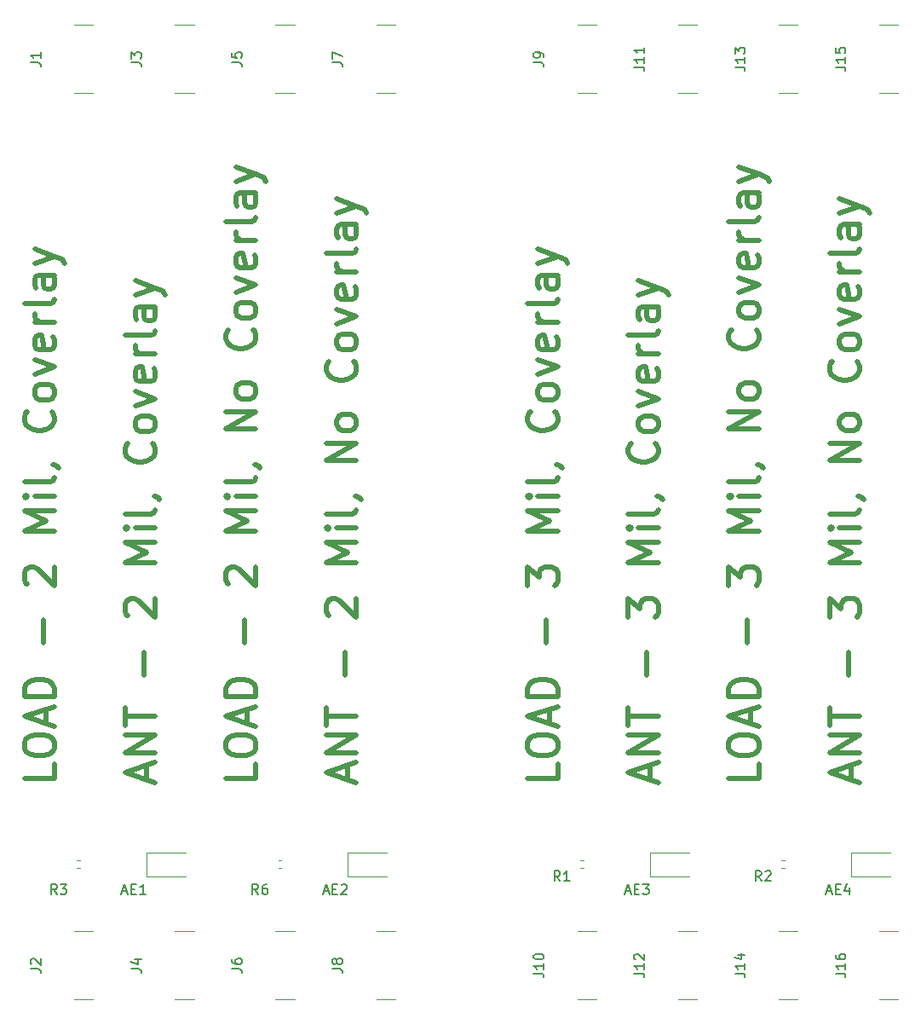
<source format=gbr>
%TF.GenerationSoftware,KiCad,Pcbnew,8.0.3*%
%TF.CreationDate,2024-06-13T14:30:09-05:00*%
%TF.ProjectId,jlcpcb flex RF,6a6c6370-6362-4206-966c-65782052462e,rev?*%
%TF.SameCoordinates,Original*%
%TF.FileFunction,Legend,Top*%
%TF.FilePolarity,Positive*%
%FSLAX46Y46*%
G04 Gerber Fmt 4.6, Leading zero omitted, Abs format (unit mm)*
G04 Created by KiCad (PCBNEW 8.0.3) date 2024-06-13 14:30:09*
%MOMM*%
%LPD*%
G01*
G04 APERTURE LIST*
%ADD10C,0.500000*%
%ADD11C,0.150000*%
%ADD12C,0.120000*%
G04 APERTURE END LIST*
D10*
X86249714Y-126599624D02*
X86249714Y-125171053D01*
X87106857Y-126885338D02*
X84106857Y-125885338D01*
X84106857Y-125885338D02*
X87106857Y-124885338D01*
X87106857Y-123885338D02*
X84106857Y-123885338D01*
X84106857Y-123885338D02*
X87106857Y-122171052D01*
X87106857Y-122171052D02*
X84106857Y-122171052D01*
X84106857Y-121171052D02*
X84106857Y-119456767D01*
X87106857Y-120313909D02*
X84106857Y-120313909D01*
X85964000Y-116171053D02*
X85964000Y-113885339D01*
X84392571Y-110313910D02*
X84249714Y-110171053D01*
X84249714Y-110171053D02*
X84106857Y-109885339D01*
X84106857Y-109885339D02*
X84106857Y-109171053D01*
X84106857Y-109171053D02*
X84249714Y-108885339D01*
X84249714Y-108885339D02*
X84392571Y-108742481D01*
X84392571Y-108742481D02*
X84678285Y-108599624D01*
X84678285Y-108599624D02*
X84964000Y-108599624D01*
X84964000Y-108599624D02*
X85392571Y-108742481D01*
X85392571Y-108742481D02*
X87106857Y-110456767D01*
X87106857Y-110456767D02*
X87106857Y-108599624D01*
X87106857Y-105028196D02*
X84106857Y-105028196D01*
X84106857Y-105028196D02*
X86249714Y-104028196D01*
X86249714Y-104028196D02*
X84106857Y-103028196D01*
X84106857Y-103028196D02*
X87106857Y-103028196D01*
X87106857Y-101599625D02*
X85106857Y-101599625D01*
X84106857Y-101599625D02*
X84249714Y-101742482D01*
X84249714Y-101742482D02*
X84392571Y-101599625D01*
X84392571Y-101599625D02*
X84249714Y-101456768D01*
X84249714Y-101456768D02*
X84106857Y-101599625D01*
X84106857Y-101599625D02*
X84392571Y-101599625D01*
X87106857Y-99742482D02*
X86964000Y-100028197D01*
X86964000Y-100028197D02*
X86678285Y-100171054D01*
X86678285Y-100171054D02*
X84106857Y-100171054D01*
X86964000Y-98456768D02*
X87106857Y-98456768D01*
X87106857Y-98456768D02*
X87392571Y-98599625D01*
X87392571Y-98599625D02*
X87535428Y-98742482D01*
X87106857Y-94885340D02*
X84106857Y-94885340D01*
X84106857Y-94885340D02*
X87106857Y-93171054D01*
X87106857Y-93171054D02*
X84106857Y-93171054D01*
X87106857Y-91313911D02*
X86964000Y-91599626D01*
X86964000Y-91599626D02*
X86821142Y-91742483D01*
X86821142Y-91742483D02*
X86535428Y-91885340D01*
X86535428Y-91885340D02*
X85678285Y-91885340D01*
X85678285Y-91885340D02*
X85392571Y-91742483D01*
X85392571Y-91742483D02*
X85249714Y-91599626D01*
X85249714Y-91599626D02*
X85106857Y-91313911D01*
X85106857Y-91313911D02*
X85106857Y-90885340D01*
X85106857Y-90885340D02*
X85249714Y-90599626D01*
X85249714Y-90599626D02*
X85392571Y-90456769D01*
X85392571Y-90456769D02*
X85678285Y-90313911D01*
X85678285Y-90313911D02*
X86535428Y-90313911D01*
X86535428Y-90313911D02*
X86821142Y-90456769D01*
X86821142Y-90456769D02*
X86964000Y-90599626D01*
X86964000Y-90599626D02*
X87106857Y-90885340D01*
X87106857Y-90885340D02*
X87106857Y-91313911D01*
X86821142Y-85028197D02*
X86964000Y-85171054D01*
X86964000Y-85171054D02*
X87106857Y-85599626D01*
X87106857Y-85599626D02*
X87106857Y-85885340D01*
X87106857Y-85885340D02*
X86964000Y-86313911D01*
X86964000Y-86313911D02*
X86678285Y-86599626D01*
X86678285Y-86599626D02*
X86392571Y-86742483D01*
X86392571Y-86742483D02*
X85821142Y-86885340D01*
X85821142Y-86885340D02*
X85392571Y-86885340D01*
X85392571Y-86885340D02*
X84821142Y-86742483D01*
X84821142Y-86742483D02*
X84535428Y-86599626D01*
X84535428Y-86599626D02*
X84249714Y-86313911D01*
X84249714Y-86313911D02*
X84106857Y-85885340D01*
X84106857Y-85885340D02*
X84106857Y-85599626D01*
X84106857Y-85599626D02*
X84249714Y-85171054D01*
X84249714Y-85171054D02*
X84392571Y-85028197D01*
X87106857Y-83313911D02*
X86964000Y-83599626D01*
X86964000Y-83599626D02*
X86821142Y-83742483D01*
X86821142Y-83742483D02*
X86535428Y-83885340D01*
X86535428Y-83885340D02*
X85678285Y-83885340D01*
X85678285Y-83885340D02*
X85392571Y-83742483D01*
X85392571Y-83742483D02*
X85249714Y-83599626D01*
X85249714Y-83599626D02*
X85106857Y-83313911D01*
X85106857Y-83313911D02*
X85106857Y-82885340D01*
X85106857Y-82885340D02*
X85249714Y-82599626D01*
X85249714Y-82599626D02*
X85392571Y-82456769D01*
X85392571Y-82456769D02*
X85678285Y-82313911D01*
X85678285Y-82313911D02*
X86535428Y-82313911D01*
X86535428Y-82313911D02*
X86821142Y-82456769D01*
X86821142Y-82456769D02*
X86964000Y-82599626D01*
X86964000Y-82599626D02*
X87106857Y-82885340D01*
X87106857Y-82885340D02*
X87106857Y-83313911D01*
X85106857Y-81313911D02*
X87106857Y-80599625D01*
X87106857Y-80599625D02*
X85106857Y-79885340D01*
X86964000Y-77599626D02*
X87106857Y-77885340D01*
X87106857Y-77885340D02*
X87106857Y-78456769D01*
X87106857Y-78456769D02*
X86964000Y-78742483D01*
X86964000Y-78742483D02*
X86678285Y-78885340D01*
X86678285Y-78885340D02*
X85535428Y-78885340D01*
X85535428Y-78885340D02*
X85249714Y-78742483D01*
X85249714Y-78742483D02*
X85106857Y-78456769D01*
X85106857Y-78456769D02*
X85106857Y-77885340D01*
X85106857Y-77885340D02*
X85249714Y-77599626D01*
X85249714Y-77599626D02*
X85535428Y-77456769D01*
X85535428Y-77456769D02*
X85821142Y-77456769D01*
X85821142Y-77456769D02*
X86106857Y-78885340D01*
X87106857Y-76171054D02*
X85106857Y-76171054D01*
X85678285Y-76171054D02*
X85392571Y-76028197D01*
X85392571Y-76028197D02*
X85249714Y-75885340D01*
X85249714Y-75885340D02*
X85106857Y-75599625D01*
X85106857Y-75599625D02*
X85106857Y-75313911D01*
X87106857Y-73885339D02*
X86964000Y-74171054D01*
X86964000Y-74171054D02*
X86678285Y-74313911D01*
X86678285Y-74313911D02*
X84106857Y-74313911D01*
X87106857Y-71456768D02*
X85535428Y-71456768D01*
X85535428Y-71456768D02*
X85249714Y-71599625D01*
X85249714Y-71599625D02*
X85106857Y-71885339D01*
X85106857Y-71885339D02*
X85106857Y-72456768D01*
X85106857Y-72456768D02*
X85249714Y-72742482D01*
X86964000Y-71456768D02*
X87106857Y-71742482D01*
X87106857Y-71742482D02*
X87106857Y-72456768D01*
X87106857Y-72456768D02*
X86964000Y-72742482D01*
X86964000Y-72742482D02*
X86678285Y-72885339D01*
X86678285Y-72885339D02*
X86392571Y-72885339D01*
X86392571Y-72885339D02*
X86106857Y-72742482D01*
X86106857Y-72742482D02*
X85964000Y-72456768D01*
X85964000Y-72456768D02*
X85964000Y-71742482D01*
X85964000Y-71742482D02*
X85821142Y-71456768D01*
X85106857Y-70313910D02*
X87106857Y-69599624D01*
X85106857Y-68885339D02*
X87106857Y-69599624D01*
X87106857Y-69599624D02*
X87821142Y-69885339D01*
X87821142Y-69885339D02*
X87964000Y-70028196D01*
X87964000Y-70028196D02*
X88106857Y-70313910D01*
X116249714Y-126599624D02*
X116249714Y-125171053D01*
X117106857Y-126885338D02*
X114106857Y-125885338D01*
X114106857Y-125885338D02*
X117106857Y-124885338D01*
X117106857Y-123885338D02*
X114106857Y-123885338D01*
X114106857Y-123885338D02*
X117106857Y-122171052D01*
X117106857Y-122171052D02*
X114106857Y-122171052D01*
X114106857Y-121171052D02*
X114106857Y-119456767D01*
X117106857Y-120313909D02*
X114106857Y-120313909D01*
X115964000Y-116171053D02*
X115964000Y-113885339D01*
X114106857Y-110456767D02*
X114106857Y-108599624D01*
X114106857Y-108599624D02*
X115249714Y-109599624D01*
X115249714Y-109599624D02*
X115249714Y-109171053D01*
X115249714Y-109171053D02*
X115392571Y-108885339D01*
X115392571Y-108885339D02*
X115535428Y-108742481D01*
X115535428Y-108742481D02*
X115821142Y-108599624D01*
X115821142Y-108599624D02*
X116535428Y-108599624D01*
X116535428Y-108599624D02*
X116821142Y-108742481D01*
X116821142Y-108742481D02*
X116964000Y-108885339D01*
X116964000Y-108885339D02*
X117106857Y-109171053D01*
X117106857Y-109171053D02*
X117106857Y-110028196D01*
X117106857Y-110028196D02*
X116964000Y-110313910D01*
X116964000Y-110313910D02*
X116821142Y-110456767D01*
X117106857Y-105028196D02*
X114106857Y-105028196D01*
X114106857Y-105028196D02*
X116249714Y-104028196D01*
X116249714Y-104028196D02*
X114106857Y-103028196D01*
X114106857Y-103028196D02*
X117106857Y-103028196D01*
X117106857Y-101599625D02*
X115106857Y-101599625D01*
X114106857Y-101599625D02*
X114249714Y-101742482D01*
X114249714Y-101742482D02*
X114392571Y-101599625D01*
X114392571Y-101599625D02*
X114249714Y-101456768D01*
X114249714Y-101456768D02*
X114106857Y-101599625D01*
X114106857Y-101599625D02*
X114392571Y-101599625D01*
X117106857Y-99742482D02*
X116964000Y-100028197D01*
X116964000Y-100028197D02*
X116678285Y-100171054D01*
X116678285Y-100171054D02*
X114106857Y-100171054D01*
X116964000Y-98456768D02*
X117106857Y-98456768D01*
X117106857Y-98456768D02*
X117392571Y-98599625D01*
X117392571Y-98599625D02*
X117535428Y-98742482D01*
X116821142Y-93171054D02*
X116964000Y-93313911D01*
X116964000Y-93313911D02*
X117106857Y-93742483D01*
X117106857Y-93742483D02*
X117106857Y-94028197D01*
X117106857Y-94028197D02*
X116964000Y-94456768D01*
X116964000Y-94456768D02*
X116678285Y-94742483D01*
X116678285Y-94742483D02*
X116392571Y-94885340D01*
X116392571Y-94885340D02*
X115821142Y-95028197D01*
X115821142Y-95028197D02*
X115392571Y-95028197D01*
X115392571Y-95028197D02*
X114821142Y-94885340D01*
X114821142Y-94885340D02*
X114535428Y-94742483D01*
X114535428Y-94742483D02*
X114249714Y-94456768D01*
X114249714Y-94456768D02*
X114106857Y-94028197D01*
X114106857Y-94028197D02*
X114106857Y-93742483D01*
X114106857Y-93742483D02*
X114249714Y-93313911D01*
X114249714Y-93313911D02*
X114392571Y-93171054D01*
X117106857Y-91456768D02*
X116964000Y-91742483D01*
X116964000Y-91742483D02*
X116821142Y-91885340D01*
X116821142Y-91885340D02*
X116535428Y-92028197D01*
X116535428Y-92028197D02*
X115678285Y-92028197D01*
X115678285Y-92028197D02*
X115392571Y-91885340D01*
X115392571Y-91885340D02*
X115249714Y-91742483D01*
X115249714Y-91742483D02*
X115106857Y-91456768D01*
X115106857Y-91456768D02*
X115106857Y-91028197D01*
X115106857Y-91028197D02*
X115249714Y-90742483D01*
X115249714Y-90742483D02*
X115392571Y-90599626D01*
X115392571Y-90599626D02*
X115678285Y-90456768D01*
X115678285Y-90456768D02*
X116535428Y-90456768D01*
X116535428Y-90456768D02*
X116821142Y-90599626D01*
X116821142Y-90599626D02*
X116964000Y-90742483D01*
X116964000Y-90742483D02*
X117106857Y-91028197D01*
X117106857Y-91028197D02*
X117106857Y-91456768D01*
X115106857Y-89456768D02*
X117106857Y-88742482D01*
X117106857Y-88742482D02*
X115106857Y-88028197D01*
X116964000Y-85742483D02*
X117106857Y-86028197D01*
X117106857Y-86028197D02*
X117106857Y-86599626D01*
X117106857Y-86599626D02*
X116964000Y-86885340D01*
X116964000Y-86885340D02*
X116678285Y-87028197D01*
X116678285Y-87028197D02*
X115535428Y-87028197D01*
X115535428Y-87028197D02*
X115249714Y-86885340D01*
X115249714Y-86885340D02*
X115106857Y-86599626D01*
X115106857Y-86599626D02*
X115106857Y-86028197D01*
X115106857Y-86028197D02*
X115249714Y-85742483D01*
X115249714Y-85742483D02*
X115535428Y-85599626D01*
X115535428Y-85599626D02*
X115821142Y-85599626D01*
X115821142Y-85599626D02*
X116106857Y-87028197D01*
X117106857Y-84313911D02*
X115106857Y-84313911D01*
X115678285Y-84313911D02*
X115392571Y-84171054D01*
X115392571Y-84171054D02*
X115249714Y-84028197D01*
X115249714Y-84028197D02*
X115106857Y-83742482D01*
X115106857Y-83742482D02*
X115106857Y-83456768D01*
X117106857Y-82028196D02*
X116964000Y-82313911D01*
X116964000Y-82313911D02*
X116678285Y-82456768D01*
X116678285Y-82456768D02*
X114106857Y-82456768D01*
X117106857Y-79599625D02*
X115535428Y-79599625D01*
X115535428Y-79599625D02*
X115249714Y-79742482D01*
X115249714Y-79742482D02*
X115106857Y-80028196D01*
X115106857Y-80028196D02*
X115106857Y-80599625D01*
X115106857Y-80599625D02*
X115249714Y-80885339D01*
X116964000Y-79599625D02*
X117106857Y-79885339D01*
X117106857Y-79885339D02*
X117106857Y-80599625D01*
X117106857Y-80599625D02*
X116964000Y-80885339D01*
X116964000Y-80885339D02*
X116678285Y-81028196D01*
X116678285Y-81028196D02*
X116392571Y-81028196D01*
X116392571Y-81028196D02*
X116106857Y-80885339D01*
X116106857Y-80885339D02*
X115964000Y-80599625D01*
X115964000Y-80599625D02*
X115964000Y-79885339D01*
X115964000Y-79885339D02*
X115821142Y-79599625D01*
X115106857Y-78456767D02*
X117106857Y-77742481D01*
X115106857Y-77028196D02*
X117106857Y-77742481D01*
X117106857Y-77742481D02*
X117821142Y-78028196D01*
X117821142Y-78028196D02*
X117964000Y-78171053D01*
X117964000Y-78171053D02*
X118106857Y-78456767D01*
X57106857Y-125028195D02*
X57106857Y-126456767D01*
X57106857Y-126456767D02*
X54106857Y-126456767D01*
X54106857Y-123456767D02*
X54106857Y-122885339D01*
X54106857Y-122885339D02*
X54249714Y-122599624D01*
X54249714Y-122599624D02*
X54535428Y-122313910D01*
X54535428Y-122313910D02*
X55106857Y-122171053D01*
X55106857Y-122171053D02*
X56106857Y-122171053D01*
X56106857Y-122171053D02*
X56678285Y-122313910D01*
X56678285Y-122313910D02*
X56964000Y-122599624D01*
X56964000Y-122599624D02*
X57106857Y-122885339D01*
X57106857Y-122885339D02*
X57106857Y-123456767D01*
X57106857Y-123456767D02*
X56964000Y-123742482D01*
X56964000Y-123742482D02*
X56678285Y-124028196D01*
X56678285Y-124028196D02*
X56106857Y-124171053D01*
X56106857Y-124171053D02*
X55106857Y-124171053D01*
X55106857Y-124171053D02*
X54535428Y-124028196D01*
X54535428Y-124028196D02*
X54249714Y-123742482D01*
X54249714Y-123742482D02*
X54106857Y-123456767D01*
X56249714Y-121028196D02*
X56249714Y-119599625D01*
X57106857Y-121313910D02*
X54106857Y-120313910D01*
X54106857Y-120313910D02*
X57106857Y-119313910D01*
X57106857Y-118313910D02*
X54106857Y-118313910D01*
X54106857Y-118313910D02*
X54106857Y-117599624D01*
X54106857Y-117599624D02*
X54249714Y-117171053D01*
X54249714Y-117171053D02*
X54535428Y-116885338D01*
X54535428Y-116885338D02*
X54821142Y-116742481D01*
X54821142Y-116742481D02*
X55392571Y-116599624D01*
X55392571Y-116599624D02*
X55821142Y-116599624D01*
X55821142Y-116599624D02*
X56392571Y-116742481D01*
X56392571Y-116742481D02*
X56678285Y-116885338D01*
X56678285Y-116885338D02*
X56964000Y-117171053D01*
X56964000Y-117171053D02*
X57106857Y-117599624D01*
X57106857Y-117599624D02*
X57106857Y-118313910D01*
X55964000Y-113028196D02*
X55964000Y-110742482D01*
X54392571Y-107171053D02*
X54249714Y-107028196D01*
X54249714Y-107028196D02*
X54106857Y-106742482D01*
X54106857Y-106742482D02*
X54106857Y-106028196D01*
X54106857Y-106028196D02*
X54249714Y-105742482D01*
X54249714Y-105742482D02*
X54392571Y-105599624D01*
X54392571Y-105599624D02*
X54678285Y-105456767D01*
X54678285Y-105456767D02*
X54964000Y-105456767D01*
X54964000Y-105456767D02*
X55392571Y-105599624D01*
X55392571Y-105599624D02*
X57106857Y-107313910D01*
X57106857Y-107313910D02*
X57106857Y-105456767D01*
X57106857Y-101885339D02*
X54106857Y-101885339D01*
X54106857Y-101885339D02*
X56249714Y-100885339D01*
X56249714Y-100885339D02*
X54106857Y-99885339D01*
X54106857Y-99885339D02*
X57106857Y-99885339D01*
X57106857Y-98456768D02*
X55106857Y-98456768D01*
X54106857Y-98456768D02*
X54249714Y-98599625D01*
X54249714Y-98599625D02*
X54392571Y-98456768D01*
X54392571Y-98456768D02*
X54249714Y-98313911D01*
X54249714Y-98313911D02*
X54106857Y-98456768D01*
X54106857Y-98456768D02*
X54392571Y-98456768D01*
X57106857Y-96599625D02*
X56964000Y-96885340D01*
X56964000Y-96885340D02*
X56678285Y-97028197D01*
X56678285Y-97028197D02*
X54106857Y-97028197D01*
X56964000Y-95313911D02*
X57106857Y-95313911D01*
X57106857Y-95313911D02*
X57392571Y-95456768D01*
X57392571Y-95456768D02*
X57535428Y-95599625D01*
X56821142Y-90028197D02*
X56964000Y-90171054D01*
X56964000Y-90171054D02*
X57106857Y-90599626D01*
X57106857Y-90599626D02*
X57106857Y-90885340D01*
X57106857Y-90885340D02*
X56964000Y-91313911D01*
X56964000Y-91313911D02*
X56678285Y-91599626D01*
X56678285Y-91599626D02*
X56392571Y-91742483D01*
X56392571Y-91742483D02*
X55821142Y-91885340D01*
X55821142Y-91885340D02*
X55392571Y-91885340D01*
X55392571Y-91885340D02*
X54821142Y-91742483D01*
X54821142Y-91742483D02*
X54535428Y-91599626D01*
X54535428Y-91599626D02*
X54249714Y-91313911D01*
X54249714Y-91313911D02*
X54106857Y-90885340D01*
X54106857Y-90885340D02*
X54106857Y-90599626D01*
X54106857Y-90599626D02*
X54249714Y-90171054D01*
X54249714Y-90171054D02*
X54392571Y-90028197D01*
X57106857Y-88313911D02*
X56964000Y-88599626D01*
X56964000Y-88599626D02*
X56821142Y-88742483D01*
X56821142Y-88742483D02*
X56535428Y-88885340D01*
X56535428Y-88885340D02*
X55678285Y-88885340D01*
X55678285Y-88885340D02*
X55392571Y-88742483D01*
X55392571Y-88742483D02*
X55249714Y-88599626D01*
X55249714Y-88599626D02*
X55106857Y-88313911D01*
X55106857Y-88313911D02*
X55106857Y-87885340D01*
X55106857Y-87885340D02*
X55249714Y-87599626D01*
X55249714Y-87599626D02*
X55392571Y-87456769D01*
X55392571Y-87456769D02*
X55678285Y-87313911D01*
X55678285Y-87313911D02*
X56535428Y-87313911D01*
X56535428Y-87313911D02*
X56821142Y-87456769D01*
X56821142Y-87456769D02*
X56964000Y-87599626D01*
X56964000Y-87599626D02*
X57106857Y-87885340D01*
X57106857Y-87885340D02*
X57106857Y-88313911D01*
X55106857Y-86313911D02*
X57106857Y-85599625D01*
X57106857Y-85599625D02*
X55106857Y-84885340D01*
X56964000Y-82599626D02*
X57106857Y-82885340D01*
X57106857Y-82885340D02*
X57106857Y-83456769D01*
X57106857Y-83456769D02*
X56964000Y-83742483D01*
X56964000Y-83742483D02*
X56678285Y-83885340D01*
X56678285Y-83885340D02*
X55535428Y-83885340D01*
X55535428Y-83885340D02*
X55249714Y-83742483D01*
X55249714Y-83742483D02*
X55106857Y-83456769D01*
X55106857Y-83456769D02*
X55106857Y-82885340D01*
X55106857Y-82885340D02*
X55249714Y-82599626D01*
X55249714Y-82599626D02*
X55535428Y-82456769D01*
X55535428Y-82456769D02*
X55821142Y-82456769D01*
X55821142Y-82456769D02*
X56106857Y-83885340D01*
X57106857Y-81171054D02*
X55106857Y-81171054D01*
X55678285Y-81171054D02*
X55392571Y-81028197D01*
X55392571Y-81028197D02*
X55249714Y-80885340D01*
X55249714Y-80885340D02*
X55106857Y-80599625D01*
X55106857Y-80599625D02*
X55106857Y-80313911D01*
X57106857Y-78885339D02*
X56964000Y-79171054D01*
X56964000Y-79171054D02*
X56678285Y-79313911D01*
X56678285Y-79313911D02*
X54106857Y-79313911D01*
X57106857Y-76456768D02*
X55535428Y-76456768D01*
X55535428Y-76456768D02*
X55249714Y-76599625D01*
X55249714Y-76599625D02*
X55106857Y-76885339D01*
X55106857Y-76885339D02*
X55106857Y-77456768D01*
X55106857Y-77456768D02*
X55249714Y-77742482D01*
X56964000Y-76456768D02*
X57106857Y-76742482D01*
X57106857Y-76742482D02*
X57106857Y-77456768D01*
X57106857Y-77456768D02*
X56964000Y-77742482D01*
X56964000Y-77742482D02*
X56678285Y-77885339D01*
X56678285Y-77885339D02*
X56392571Y-77885339D01*
X56392571Y-77885339D02*
X56106857Y-77742482D01*
X56106857Y-77742482D02*
X55964000Y-77456768D01*
X55964000Y-77456768D02*
X55964000Y-76742482D01*
X55964000Y-76742482D02*
X55821142Y-76456768D01*
X55106857Y-75313910D02*
X57106857Y-74599624D01*
X55106857Y-73885339D02*
X57106857Y-74599624D01*
X57106857Y-74599624D02*
X57821142Y-74885339D01*
X57821142Y-74885339D02*
X57964000Y-75028196D01*
X57964000Y-75028196D02*
X58106857Y-75313910D01*
X77106857Y-125028195D02*
X77106857Y-126456767D01*
X77106857Y-126456767D02*
X74106857Y-126456767D01*
X74106857Y-123456767D02*
X74106857Y-122885339D01*
X74106857Y-122885339D02*
X74249714Y-122599624D01*
X74249714Y-122599624D02*
X74535428Y-122313910D01*
X74535428Y-122313910D02*
X75106857Y-122171053D01*
X75106857Y-122171053D02*
X76106857Y-122171053D01*
X76106857Y-122171053D02*
X76678285Y-122313910D01*
X76678285Y-122313910D02*
X76964000Y-122599624D01*
X76964000Y-122599624D02*
X77106857Y-122885339D01*
X77106857Y-122885339D02*
X77106857Y-123456767D01*
X77106857Y-123456767D02*
X76964000Y-123742482D01*
X76964000Y-123742482D02*
X76678285Y-124028196D01*
X76678285Y-124028196D02*
X76106857Y-124171053D01*
X76106857Y-124171053D02*
X75106857Y-124171053D01*
X75106857Y-124171053D02*
X74535428Y-124028196D01*
X74535428Y-124028196D02*
X74249714Y-123742482D01*
X74249714Y-123742482D02*
X74106857Y-123456767D01*
X76249714Y-121028196D02*
X76249714Y-119599625D01*
X77106857Y-121313910D02*
X74106857Y-120313910D01*
X74106857Y-120313910D02*
X77106857Y-119313910D01*
X77106857Y-118313910D02*
X74106857Y-118313910D01*
X74106857Y-118313910D02*
X74106857Y-117599624D01*
X74106857Y-117599624D02*
X74249714Y-117171053D01*
X74249714Y-117171053D02*
X74535428Y-116885338D01*
X74535428Y-116885338D02*
X74821142Y-116742481D01*
X74821142Y-116742481D02*
X75392571Y-116599624D01*
X75392571Y-116599624D02*
X75821142Y-116599624D01*
X75821142Y-116599624D02*
X76392571Y-116742481D01*
X76392571Y-116742481D02*
X76678285Y-116885338D01*
X76678285Y-116885338D02*
X76964000Y-117171053D01*
X76964000Y-117171053D02*
X77106857Y-117599624D01*
X77106857Y-117599624D02*
X77106857Y-118313910D01*
X75964000Y-113028196D02*
X75964000Y-110742482D01*
X74392571Y-107171053D02*
X74249714Y-107028196D01*
X74249714Y-107028196D02*
X74106857Y-106742482D01*
X74106857Y-106742482D02*
X74106857Y-106028196D01*
X74106857Y-106028196D02*
X74249714Y-105742482D01*
X74249714Y-105742482D02*
X74392571Y-105599624D01*
X74392571Y-105599624D02*
X74678285Y-105456767D01*
X74678285Y-105456767D02*
X74964000Y-105456767D01*
X74964000Y-105456767D02*
X75392571Y-105599624D01*
X75392571Y-105599624D02*
X77106857Y-107313910D01*
X77106857Y-107313910D02*
X77106857Y-105456767D01*
X77106857Y-101885339D02*
X74106857Y-101885339D01*
X74106857Y-101885339D02*
X76249714Y-100885339D01*
X76249714Y-100885339D02*
X74106857Y-99885339D01*
X74106857Y-99885339D02*
X77106857Y-99885339D01*
X77106857Y-98456768D02*
X75106857Y-98456768D01*
X74106857Y-98456768D02*
X74249714Y-98599625D01*
X74249714Y-98599625D02*
X74392571Y-98456768D01*
X74392571Y-98456768D02*
X74249714Y-98313911D01*
X74249714Y-98313911D02*
X74106857Y-98456768D01*
X74106857Y-98456768D02*
X74392571Y-98456768D01*
X77106857Y-96599625D02*
X76964000Y-96885340D01*
X76964000Y-96885340D02*
X76678285Y-97028197D01*
X76678285Y-97028197D02*
X74106857Y-97028197D01*
X76964000Y-95313911D02*
X77106857Y-95313911D01*
X77106857Y-95313911D02*
X77392571Y-95456768D01*
X77392571Y-95456768D02*
X77535428Y-95599625D01*
X77106857Y-91742483D02*
X74106857Y-91742483D01*
X74106857Y-91742483D02*
X77106857Y-90028197D01*
X77106857Y-90028197D02*
X74106857Y-90028197D01*
X77106857Y-88171054D02*
X76964000Y-88456769D01*
X76964000Y-88456769D02*
X76821142Y-88599626D01*
X76821142Y-88599626D02*
X76535428Y-88742483D01*
X76535428Y-88742483D02*
X75678285Y-88742483D01*
X75678285Y-88742483D02*
X75392571Y-88599626D01*
X75392571Y-88599626D02*
X75249714Y-88456769D01*
X75249714Y-88456769D02*
X75106857Y-88171054D01*
X75106857Y-88171054D02*
X75106857Y-87742483D01*
X75106857Y-87742483D02*
X75249714Y-87456769D01*
X75249714Y-87456769D02*
X75392571Y-87313912D01*
X75392571Y-87313912D02*
X75678285Y-87171054D01*
X75678285Y-87171054D02*
X76535428Y-87171054D01*
X76535428Y-87171054D02*
X76821142Y-87313912D01*
X76821142Y-87313912D02*
X76964000Y-87456769D01*
X76964000Y-87456769D02*
X77106857Y-87742483D01*
X77106857Y-87742483D02*
X77106857Y-88171054D01*
X76821142Y-81885340D02*
X76964000Y-82028197D01*
X76964000Y-82028197D02*
X77106857Y-82456769D01*
X77106857Y-82456769D02*
X77106857Y-82742483D01*
X77106857Y-82742483D02*
X76964000Y-83171054D01*
X76964000Y-83171054D02*
X76678285Y-83456769D01*
X76678285Y-83456769D02*
X76392571Y-83599626D01*
X76392571Y-83599626D02*
X75821142Y-83742483D01*
X75821142Y-83742483D02*
X75392571Y-83742483D01*
X75392571Y-83742483D02*
X74821142Y-83599626D01*
X74821142Y-83599626D02*
X74535428Y-83456769D01*
X74535428Y-83456769D02*
X74249714Y-83171054D01*
X74249714Y-83171054D02*
X74106857Y-82742483D01*
X74106857Y-82742483D02*
X74106857Y-82456769D01*
X74106857Y-82456769D02*
X74249714Y-82028197D01*
X74249714Y-82028197D02*
X74392571Y-81885340D01*
X77106857Y-80171054D02*
X76964000Y-80456769D01*
X76964000Y-80456769D02*
X76821142Y-80599626D01*
X76821142Y-80599626D02*
X76535428Y-80742483D01*
X76535428Y-80742483D02*
X75678285Y-80742483D01*
X75678285Y-80742483D02*
X75392571Y-80599626D01*
X75392571Y-80599626D02*
X75249714Y-80456769D01*
X75249714Y-80456769D02*
X75106857Y-80171054D01*
X75106857Y-80171054D02*
X75106857Y-79742483D01*
X75106857Y-79742483D02*
X75249714Y-79456769D01*
X75249714Y-79456769D02*
X75392571Y-79313912D01*
X75392571Y-79313912D02*
X75678285Y-79171054D01*
X75678285Y-79171054D02*
X76535428Y-79171054D01*
X76535428Y-79171054D02*
X76821142Y-79313912D01*
X76821142Y-79313912D02*
X76964000Y-79456769D01*
X76964000Y-79456769D02*
X77106857Y-79742483D01*
X77106857Y-79742483D02*
X77106857Y-80171054D01*
X75106857Y-78171054D02*
X77106857Y-77456768D01*
X77106857Y-77456768D02*
X75106857Y-76742483D01*
X76964000Y-74456769D02*
X77106857Y-74742483D01*
X77106857Y-74742483D02*
X77106857Y-75313912D01*
X77106857Y-75313912D02*
X76964000Y-75599626D01*
X76964000Y-75599626D02*
X76678285Y-75742483D01*
X76678285Y-75742483D02*
X75535428Y-75742483D01*
X75535428Y-75742483D02*
X75249714Y-75599626D01*
X75249714Y-75599626D02*
X75106857Y-75313912D01*
X75106857Y-75313912D02*
X75106857Y-74742483D01*
X75106857Y-74742483D02*
X75249714Y-74456769D01*
X75249714Y-74456769D02*
X75535428Y-74313912D01*
X75535428Y-74313912D02*
X75821142Y-74313912D01*
X75821142Y-74313912D02*
X76106857Y-75742483D01*
X77106857Y-73028197D02*
X75106857Y-73028197D01*
X75678285Y-73028197D02*
X75392571Y-72885340D01*
X75392571Y-72885340D02*
X75249714Y-72742483D01*
X75249714Y-72742483D02*
X75106857Y-72456768D01*
X75106857Y-72456768D02*
X75106857Y-72171054D01*
X77106857Y-70742482D02*
X76964000Y-71028197D01*
X76964000Y-71028197D02*
X76678285Y-71171054D01*
X76678285Y-71171054D02*
X74106857Y-71171054D01*
X77106857Y-68313911D02*
X75535428Y-68313911D01*
X75535428Y-68313911D02*
X75249714Y-68456768D01*
X75249714Y-68456768D02*
X75106857Y-68742482D01*
X75106857Y-68742482D02*
X75106857Y-69313911D01*
X75106857Y-69313911D02*
X75249714Y-69599625D01*
X76964000Y-68313911D02*
X77106857Y-68599625D01*
X77106857Y-68599625D02*
X77106857Y-69313911D01*
X77106857Y-69313911D02*
X76964000Y-69599625D01*
X76964000Y-69599625D02*
X76678285Y-69742482D01*
X76678285Y-69742482D02*
X76392571Y-69742482D01*
X76392571Y-69742482D02*
X76106857Y-69599625D01*
X76106857Y-69599625D02*
X75964000Y-69313911D01*
X75964000Y-69313911D02*
X75964000Y-68599625D01*
X75964000Y-68599625D02*
X75821142Y-68313911D01*
X75106857Y-67171053D02*
X77106857Y-66456767D01*
X75106857Y-65742482D02*
X77106857Y-66456767D01*
X77106857Y-66456767D02*
X77821142Y-66742482D01*
X77821142Y-66742482D02*
X77964000Y-66885339D01*
X77964000Y-66885339D02*
X78106857Y-67171053D01*
X127106857Y-125028195D02*
X127106857Y-126456767D01*
X127106857Y-126456767D02*
X124106857Y-126456767D01*
X124106857Y-123456767D02*
X124106857Y-122885339D01*
X124106857Y-122885339D02*
X124249714Y-122599624D01*
X124249714Y-122599624D02*
X124535428Y-122313910D01*
X124535428Y-122313910D02*
X125106857Y-122171053D01*
X125106857Y-122171053D02*
X126106857Y-122171053D01*
X126106857Y-122171053D02*
X126678285Y-122313910D01*
X126678285Y-122313910D02*
X126964000Y-122599624D01*
X126964000Y-122599624D02*
X127106857Y-122885339D01*
X127106857Y-122885339D02*
X127106857Y-123456767D01*
X127106857Y-123456767D02*
X126964000Y-123742482D01*
X126964000Y-123742482D02*
X126678285Y-124028196D01*
X126678285Y-124028196D02*
X126106857Y-124171053D01*
X126106857Y-124171053D02*
X125106857Y-124171053D01*
X125106857Y-124171053D02*
X124535428Y-124028196D01*
X124535428Y-124028196D02*
X124249714Y-123742482D01*
X124249714Y-123742482D02*
X124106857Y-123456767D01*
X126249714Y-121028196D02*
X126249714Y-119599625D01*
X127106857Y-121313910D02*
X124106857Y-120313910D01*
X124106857Y-120313910D02*
X127106857Y-119313910D01*
X127106857Y-118313910D02*
X124106857Y-118313910D01*
X124106857Y-118313910D02*
X124106857Y-117599624D01*
X124106857Y-117599624D02*
X124249714Y-117171053D01*
X124249714Y-117171053D02*
X124535428Y-116885338D01*
X124535428Y-116885338D02*
X124821142Y-116742481D01*
X124821142Y-116742481D02*
X125392571Y-116599624D01*
X125392571Y-116599624D02*
X125821142Y-116599624D01*
X125821142Y-116599624D02*
X126392571Y-116742481D01*
X126392571Y-116742481D02*
X126678285Y-116885338D01*
X126678285Y-116885338D02*
X126964000Y-117171053D01*
X126964000Y-117171053D02*
X127106857Y-117599624D01*
X127106857Y-117599624D02*
X127106857Y-118313910D01*
X125964000Y-113028196D02*
X125964000Y-110742482D01*
X124106857Y-107313910D02*
X124106857Y-105456767D01*
X124106857Y-105456767D02*
X125249714Y-106456767D01*
X125249714Y-106456767D02*
X125249714Y-106028196D01*
X125249714Y-106028196D02*
X125392571Y-105742482D01*
X125392571Y-105742482D02*
X125535428Y-105599624D01*
X125535428Y-105599624D02*
X125821142Y-105456767D01*
X125821142Y-105456767D02*
X126535428Y-105456767D01*
X126535428Y-105456767D02*
X126821142Y-105599624D01*
X126821142Y-105599624D02*
X126964000Y-105742482D01*
X126964000Y-105742482D02*
X127106857Y-106028196D01*
X127106857Y-106028196D02*
X127106857Y-106885339D01*
X127106857Y-106885339D02*
X126964000Y-107171053D01*
X126964000Y-107171053D02*
X126821142Y-107313910D01*
X127106857Y-101885339D02*
X124106857Y-101885339D01*
X124106857Y-101885339D02*
X126249714Y-100885339D01*
X126249714Y-100885339D02*
X124106857Y-99885339D01*
X124106857Y-99885339D02*
X127106857Y-99885339D01*
X127106857Y-98456768D02*
X125106857Y-98456768D01*
X124106857Y-98456768D02*
X124249714Y-98599625D01*
X124249714Y-98599625D02*
X124392571Y-98456768D01*
X124392571Y-98456768D02*
X124249714Y-98313911D01*
X124249714Y-98313911D02*
X124106857Y-98456768D01*
X124106857Y-98456768D02*
X124392571Y-98456768D01*
X127106857Y-96599625D02*
X126964000Y-96885340D01*
X126964000Y-96885340D02*
X126678285Y-97028197D01*
X126678285Y-97028197D02*
X124106857Y-97028197D01*
X126964000Y-95313911D02*
X127106857Y-95313911D01*
X127106857Y-95313911D02*
X127392571Y-95456768D01*
X127392571Y-95456768D02*
X127535428Y-95599625D01*
X127106857Y-91742483D02*
X124106857Y-91742483D01*
X124106857Y-91742483D02*
X127106857Y-90028197D01*
X127106857Y-90028197D02*
X124106857Y-90028197D01*
X127106857Y-88171054D02*
X126964000Y-88456769D01*
X126964000Y-88456769D02*
X126821142Y-88599626D01*
X126821142Y-88599626D02*
X126535428Y-88742483D01*
X126535428Y-88742483D02*
X125678285Y-88742483D01*
X125678285Y-88742483D02*
X125392571Y-88599626D01*
X125392571Y-88599626D02*
X125249714Y-88456769D01*
X125249714Y-88456769D02*
X125106857Y-88171054D01*
X125106857Y-88171054D02*
X125106857Y-87742483D01*
X125106857Y-87742483D02*
X125249714Y-87456769D01*
X125249714Y-87456769D02*
X125392571Y-87313912D01*
X125392571Y-87313912D02*
X125678285Y-87171054D01*
X125678285Y-87171054D02*
X126535428Y-87171054D01*
X126535428Y-87171054D02*
X126821142Y-87313912D01*
X126821142Y-87313912D02*
X126964000Y-87456769D01*
X126964000Y-87456769D02*
X127106857Y-87742483D01*
X127106857Y-87742483D02*
X127106857Y-88171054D01*
X126821142Y-81885340D02*
X126964000Y-82028197D01*
X126964000Y-82028197D02*
X127106857Y-82456769D01*
X127106857Y-82456769D02*
X127106857Y-82742483D01*
X127106857Y-82742483D02*
X126964000Y-83171054D01*
X126964000Y-83171054D02*
X126678285Y-83456769D01*
X126678285Y-83456769D02*
X126392571Y-83599626D01*
X126392571Y-83599626D02*
X125821142Y-83742483D01*
X125821142Y-83742483D02*
X125392571Y-83742483D01*
X125392571Y-83742483D02*
X124821142Y-83599626D01*
X124821142Y-83599626D02*
X124535428Y-83456769D01*
X124535428Y-83456769D02*
X124249714Y-83171054D01*
X124249714Y-83171054D02*
X124106857Y-82742483D01*
X124106857Y-82742483D02*
X124106857Y-82456769D01*
X124106857Y-82456769D02*
X124249714Y-82028197D01*
X124249714Y-82028197D02*
X124392571Y-81885340D01*
X127106857Y-80171054D02*
X126964000Y-80456769D01*
X126964000Y-80456769D02*
X126821142Y-80599626D01*
X126821142Y-80599626D02*
X126535428Y-80742483D01*
X126535428Y-80742483D02*
X125678285Y-80742483D01*
X125678285Y-80742483D02*
X125392571Y-80599626D01*
X125392571Y-80599626D02*
X125249714Y-80456769D01*
X125249714Y-80456769D02*
X125106857Y-80171054D01*
X125106857Y-80171054D02*
X125106857Y-79742483D01*
X125106857Y-79742483D02*
X125249714Y-79456769D01*
X125249714Y-79456769D02*
X125392571Y-79313912D01*
X125392571Y-79313912D02*
X125678285Y-79171054D01*
X125678285Y-79171054D02*
X126535428Y-79171054D01*
X126535428Y-79171054D02*
X126821142Y-79313912D01*
X126821142Y-79313912D02*
X126964000Y-79456769D01*
X126964000Y-79456769D02*
X127106857Y-79742483D01*
X127106857Y-79742483D02*
X127106857Y-80171054D01*
X125106857Y-78171054D02*
X127106857Y-77456768D01*
X127106857Y-77456768D02*
X125106857Y-76742483D01*
X126964000Y-74456769D02*
X127106857Y-74742483D01*
X127106857Y-74742483D02*
X127106857Y-75313912D01*
X127106857Y-75313912D02*
X126964000Y-75599626D01*
X126964000Y-75599626D02*
X126678285Y-75742483D01*
X126678285Y-75742483D02*
X125535428Y-75742483D01*
X125535428Y-75742483D02*
X125249714Y-75599626D01*
X125249714Y-75599626D02*
X125106857Y-75313912D01*
X125106857Y-75313912D02*
X125106857Y-74742483D01*
X125106857Y-74742483D02*
X125249714Y-74456769D01*
X125249714Y-74456769D02*
X125535428Y-74313912D01*
X125535428Y-74313912D02*
X125821142Y-74313912D01*
X125821142Y-74313912D02*
X126106857Y-75742483D01*
X127106857Y-73028197D02*
X125106857Y-73028197D01*
X125678285Y-73028197D02*
X125392571Y-72885340D01*
X125392571Y-72885340D02*
X125249714Y-72742483D01*
X125249714Y-72742483D02*
X125106857Y-72456768D01*
X125106857Y-72456768D02*
X125106857Y-72171054D01*
X127106857Y-70742482D02*
X126964000Y-71028197D01*
X126964000Y-71028197D02*
X126678285Y-71171054D01*
X126678285Y-71171054D02*
X124106857Y-71171054D01*
X127106857Y-68313911D02*
X125535428Y-68313911D01*
X125535428Y-68313911D02*
X125249714Y-68456768D01*
X125249714Y-68456768D02*
X125106857Y-68742482D01*
X125106857Y-68742482D02*
X125106857Y-69313911D01*
X125106857Y-69313911D02*
X125249714Y-69599625D01*
X126964000Y-68313911D02*
X127106857Y-68599625D01*
X127106857Y-68599625D02*
X127106857Y-69313911D01*
X127106857Y-69313911D02*
X126964000Y-69599625D01*
X126964000Y-69599625D02*
X126678285Y-69742482D01*
X126678285Y-69742482D02*
X126392571Y-69742482D01*
X126392571Y-69742482D02*
X126106857Y-69599625D01*
X126106857Y-69599625D02*
X125964000Y-69313911D01*
X125964000Y-69313911D02*
X125964000Y-68599625D01*
X125964000Y-68599625D02*
X125821142Y-68313911D01*
X125106857Y-67171053D02*
X127106857Y-66456767D01*
X125106857Y-65742482D02*
X127106857Y-66456767D01*
X127106857Y-66456767D02*
X127821142Y-66742482D01*
X127821142Y-66742482D02*
X127964000Y-66885339D01*
X127964000Y-66885339D02*
X128106857Y-67171053D01*
X66249714Y-126599624D02*
X66249714Y-125171053D01*
X67106857Y-126885338D02*
X64106857Y-125885338D01*
X64106857Y-125885338D02*
X67106857Y-124885338D01*
X67106857Y-123885338D02*
X64106857Y-123885338D01*
X64106857Y-123885338D02*
X67106857Y-122171052D01*
X67106857Y-122171052D02*
X64106857Y-122171052D01*
X64106857Y-121171052D02*
X64106857Y-119456767D01*
X67106857Y-120313909D02*
X64106857Y-120313909D01*
X65964000Y-116171053D02*
X65964000Y-113885339D01*
X64392571Y-110313910D02*
X64249714Y-110171053D01*
X64249714Y-110171053D02*
X64106857Y-109885339D01*
X64106857Y-109885339D02*
X64106857Y-109171053D01*
X64106857Y-109171053D02*
X64249714Y-108885339D01*
X64249714Y-108885339D02*
X64392571Y-108742481D01*
X64392571Y-108742481D02*
X64678285Y-108599624D01*
X64678285Y-108599624D02*
X64964000Y-108599624D01*
X64964000Y-108599624D02*
X65392571Y-108742481D01*
X65392571Y-108742481D02*
X67106857Y-110456767D01*
X67106857Y-110456767D02*
X67106857Y-108599624D01*
X67106857Y-105028196D02*
X64106857Y-105028196D01*
X64106857Y-105028196D02*
X66249714Y-104028196D01*
X66249714Y-104028196D02*
X64106857Y-103028196D01*
X64106857Y-103028196D02*
X67106857Y-103028196D01*
X67106857Y-101599625D02*
X65106857Y-101599625D01*
X64106857Y-101599625D02*
X64249714Y-101742482D01*
X64249714Y-101742482D02*
X64392571Y-101599625D01*
X64392571Y-101599625D02*
X64249714Y-101456768D01*
X64249714Y-101456768D02*
X64106857Y-101599625D01*
X64106857Y-101599625D02*
X64392571Y-101599625D01*
X67106857Y-99742482D02*
X66964000Y-100028197D01*
X66964000Y-100028197D02*
X66678285Y-100171054D01*
X66678285Y-100171054D02*
X64106857Y-100171054D01*
X66964000Y-98456768D02*
X67106857Y-98456768D01*
X67106857Y-98456768D02*
X67392571Y-98599625D01*
X67392571Y-98599625D02*
X67535428Y-98742482D01*
X66821142Y-93171054D02*
X66964000Y-93313911D01*
X66964000Y-93313911D02*
X67106857Y-93742483D01*
X67106857Y-93742483D02*
X67106857Y-94028197D01*
X67106857Y-94028197D02*
X66964000Y-94456768D01*
X66964000Y-94456768D02*
X66678285Y-94742483D01*
X66678285Y-94742483D02*
X66392571Y-94885340D01*
X66392571Y-94885340D02*
X65821142Y-95028197D01*
X65821142Y-95028197D02*
X65392571Y-95028197D01*
X65392571Y-95028197D02*
X64821142Y-94885340D01*
X64821142Y-94885340D02*
X64535428Y-94742483D01*
X64535428Y-94742483D02*
X64249714Y-94456768D01*
X64249714Y-94456768D02*
X64106857Y-94028197D01*
X64106857Y-94028197D02*
X64106857Y-93742483D01*
X64106857Y-93742483D02*
X64249714Y-93313911D01*
X64249714Y-93313911D02*
X64392571Y-93171054D01*
X67106857Y-91456768D02*
X66964000Y-91742483D01*
X66964000Y-91742483D02*
X66821142Y-91885340D01*
X66821142Y-91885340D02*
X66535428Y-92028197D01*
X66535428Y-92028197D02*
X65678285Y-92028197D01*
X65678285Y-92028197D02*
X65392571Y-91885340D01*
X65392571Y-91885340D02*
X65249714Y-91742483D01*
X65249714Y-91742483D02*
X65106857Y-91456768D01*
X65106857Y-91456768D02*
X65106857Y-91028197D01*
X65106857Y-91028197D02*
X65249714Y-90742483D01*
X65249714Y-90742483D02*
X65392571Y-90599626D01*
X65392571Y-90599626D02*
X65678285Y-90456768D01*
X65678285Y-90456768D02*
X66535428Y-90456768D01*
X66535428Y-90456768D02*
X66821142Y-90599626D01*
X66821142Y-90599626D02*
X66964000Y-90742483D01*
X66964000Y-90742483D02*
X67106857Y-91028197D01*
X67106857Y-91028197D02*
X67106857Y-91456768D01*
X65106857Y-89456768D02*
X67106857Y-88742482D01*
X67106857Y-88742482D02*
X65106857Y-88028197D01*
X66964000Y-85742483D02*
X67106857Y-86028197D01*
X67106857Y-86028197D02*
X67106857Y-86599626D01*
X67106857Y-86599626D02*
X66964000Y-86885340D01*
X66964000Y-86885340D02*
X66678285Y-87028197D01*
X66678285Y-87028197D02*
X65535428Y-87028197D01*
X65535428Y-87028197D02*
X65249714Y-86885340D01*
X65249714Y-86885340D02*
X65106857Y-86599626D01*
X65106857Y-86599626D02*
X65106857Y-86028197D01*
X65106857Y-86028197D02*
X65249714Y-85742483D01*
X65249714Y-85742483D02*
X65535428Y-85599626D01*
X65535428Y-85599626D02*
X65821142Y-85599626D01*
X65821142Y-85599626D02*
X66106857Y-87028197D01*
X67106857Y-84313911D02*
X65106857Y-84313911D01*
X65678285Y-84313911D02*
X65392571Y-84171054D01*
X65392571Y-84171054D02*
X65249714Y-84028197D01*
X65249714Y-84028197D02*
X65106857Y-83742482D01*
X65106857Y-83742482D02*
X65106857Y-83456768D01*
X67106857Y-82028196D02*
X66964000Y-82313911D01*
X66964000Y-82313911D02*
X66678285Y-82456768D01*
X66678285Y-82456768D02*
X64106857Y-82456768D01*
X67106857Y-79599625D02*
X65535428Y-79599625D01*
X65535428Y-79599625D02*
X65249714Y-79742482D01*
X65249714Y-79742482D02*
X65106857Y-80028196D01*
X65106857Y-80028196D02*
X65106857Y-80599625D01*
X65106857Y-80599625D02*
X65249714Y-80885339D01*
X66964000Y-79599625D02*
X67106857Y-79885339D01*
X67106857Y-79885339D02*
X67106857Y-80599625D01*
X67106857Y-80599625D02*
X66964000Y-80885339D01*
X66964000Y-80885339D02*
X66678285Y-81028196D01*
X66678285Y-81028196D02*
X66392571Y-81028196D01*
X66392571Y-81028196D02*
X66106857Y-80885339D01*
X66106857Y-80885339D02*
X65964000Y-80599625D01*
X65964000Y-80599625D02*
X65964000Y-79885339D01*
X65964000Y-79885339D02*
X65821142Y-79599625D01*
X65106857Y-78456767D02*
X67106857Y-77742481D01*
X65106857Y-77028196D02*
X67106857Y-77742481D01*
X67106857Y-77742481D02*
X67821142Y-78028196D01*
X67821142Y-78028196D02*
X67964000Y-78171053D01*
X67964000Y-78171053D02*
X68106857Y-78456767D01*
X136249714Y-126599624D02*
X136249714Y-125171053D01*
X137106857Y-126885338D02*
X134106857Y-125885338D01*
X134106857Y-125885338D02*
X137106857Y-124885338D01*
X137106857Y-123885338D02*
X134106857Y-123885338D01*
X134106857Y-123885338D02*
X137106857Y-122171052D01*
X137106857Y-122171052D02*
X134106857Y-122171052D01*
X134106857Y-121171052D02*
X134106857Y-119456767D01*
X137106857Y-120313909D02*
X134106857Y-120313909D01*
X135964000Y-116171053D02*
X135964000Y-113885339D01*
X134106857Y-110456767D02*
X134106857Y-108599624D01*
X134106857Y-108599624D02*
X135249714Y-109599624D01*
X135249714Y-109599624D02*
X135249714Y-109171053D01*
X135249714Y-109171053D02*
X135392571Y-108885339D01*
X135392571Y-108885339D02*
X135535428Y-108742481D01*
X135535428Y-108742481D02*
X135821142Y-108599624D01*
X135821142Y-108599624D02*
X136535428Y-108599624D01*
X136535428Y-108599624D02*
X136821142Y-108742481D01*
X136821142Y-108742481D02*
X136964000Y-108885339D01*
X136964000Y-108885339D02*
X137106857Y-109171053D01*
X137106857Y-109171053D02*
X137106857Y-110028196D01*
X137106857Y-110028196D02*
X136964000Y-110313910D01*
X136964000Y-110313910D02*
X136821142Y-110456767D01*
X137106857Y-105028196D02*
X134106857Y-105028196D01*
X134106857Y-105028196D02*
X136249714Y-104028196D01*
X136249714Y-104028196D02*
X134106857Y-103028196D01*
X134106857Y-103028196D02*
X137106857Y-103028196D01*
X137106857Y-101599625D02*
X135106857Y-101599625D01*
X134106857Y-101599625D02*
X134249714Y-101742482D01*
X134249714Y-101742482D02*
X134392571Y-101599625D01*
X134392571Y-101599625D02*
X134249714Y-101456768D01*
X134249714Y-101456768D02*
X134106857Y-101599625D01*
X134106857Y-101599625D02*
X134392571Y-101599625D01*
X137106857Y-99742482D02*
X136964000Y-100028197D01*
X136964000Y-100028197D02*
X136678285Y-100171054D01*
X136678285Y-100171054D02*
X134106857Y-100171054D01*
X136964000Y-98456768D02*
X137106857Y-98456768D01*
X137106857Y-98456768D02*
X137392571Y-98599625D01*
X137392571Y-98599625D02*
X137535428Y-98742482D01*
X137106857Y-94885340D02*
X134106857Y-94885340D01*
X134106857Y-94885340D02*
X137106857Y-93171054D01*
X137106857Y-93171054D02*
X134106857Y-93171054D01*
X137106857Y-91313911D02*
X136964000Y-91599626D01*
X136964000Y-91599626D02*
X136821142Y-91742483D01*
X136821142Y-91742483D02*
X136535428Y-91885340D01*
X136535428Y-91885340D02*
X135678285Y-91885340D01*
X135678285Y-91885340D02*
X135392571Y-91742483D01*
X135392571Y-91742483D02*
X135249714Y-91599626D01*
X135249714Y-91599626D02*
X135106857Y-91313911D01*
X135106857Y-91313911D02*
X135106857Y-90885340D01*
X135106857Y-90885340D02*
X135249714Y-90599626D01*
X135249714Y-90599626D02*
X135392571Y-90456769D01*
X135392571Y-90456769D02*
X135678285Y-90313911D01*
X135678285Y-90313911D02*
X136535428Y-90313911D01*
X136535428Y-90313911D02*
X136821142Y-90456769D01*
X136821142Y-90456769D02*
X136964000Y-90599626D01*
X136964000Y-90599626D02*
X137106857Y-90885340D01*
X137106857Y-90885340D02*
X137106857Y-91313911D01*
X136821142Y-85028197D02*
X136964000Y-85171054D01*
X136964000Y-85171054D02*
X137106857Y-85599626D01*
X137106857Y-85599626D02*
X137106857Y-85885340D01*
X137106857Y-85885340D02*
X136964000Y-86313911D01*
X136964000Y-86313911D02*
X136678285Y-86599626D01*
X136678285Y-86599626D02*
X136392571Y-86742483D01*
X136392571Y-86742483D02*
X135821142Y-86885340D01*
X135821142Y-86885340D02*
X135392571Y-86885340D01*
X135392571Y-86885340D02*
X134821142Y-86742483D01*
X134821142Y-86742483D02*
X134535428Y-86599626D01*
X134535428Y-86599626D02*
X134249714Y-86313911D01*
X134249714Y-86313911D02*
X134106857Y-85885340D01*
X134106857Y-85885340D02*
X134106857Y-85599626D01*
X134106857Y-85599626D02*
X134249714Y-85171054D01*
X134249714Y-85171054D02*
X134392571Y-85028197D01*
X137106857Y-83313911D02*
X136964000Y-83599626D01*
X136964000Y-83599626D02*
X136821142Y-83742483D01*
X136821142Y-83742483D02*
X136535428Y-83885340D01*
X136535428Y-83885340D02*
X135678285Y-83885340D01*
X135678285Y-83885340D02*
X135392571Y-83742483D01*
X135392571Y-83742483D02*
X135249714Y-83599626D01*
X135249714Y-83599626D02*
X135106857Y-83313911D01*
X135106857Y-83313911D02*
X135106857Y-82885340D01*
X135106857Y-82885340D02*
X135249714Y-82599626D01*
X135249714Y-82599626D02*
X135392571Y-82456769D01*
X135392571Y-82456769D02*
X135678285Y-82313911D01*
X135678285Y-82313911D02*
X136535428Y-82313911D01*
X136535428Y-82313911D02*
X136821142Y-82456769D01*
X136821142Y-82456769D02*
X136964000Y-82599626D01*
X136964000Y-82599626D02*
X137106857Y-82885340D01*
X137106857Y-82885340D02*
X137106857Y-83313911D01*
X135106857Y-81313911D02*
X137106857Y-80599625D01*
X137106857Y-80599625D02*
X135106857Y-79885340D01*
X136964000Y-77599626D02*
X137106857Y-77885340D01*
X137106857Y-77885340D02*
X137106857Y-78456769D01*
X137106857Y-78456769D02*
X136964000Y-78742483D01*
X136964000Y-78742483D02*
X136678285Y-78885340D01*
X136678285Y-78885340D02*
X135535428Y-78885340D01*
X135535428Y-78885340D02*
X135249714Y-78742483D01*
X135249714Y-78742483D02*
X135106857Y-78456769D01*
X135106857Y-78456769D02*
X135106857Y-77885340D01*
X135106857Y-77885340D02*
X135249714Y-77599626D01*
X135249714Y-77599626D02*
X135535428Y-77456769D01*
X135535428Y-77456769D02*
X135821142Y-77456769D01*
X135821142Y-77456769D02*
X136106857Y-78885340D01*
X137106857Y-76171054D02*
X135106857Y-76171054D01*
X135678285Y-76171054D02*
X135392571Y-76028197D01*
X135392571Y-76028197D02*
X135249714Y-75885340D01*
X135249714Y-75885340D02*
X135106857Y-75599625D01*
X135106857Y-75599625D02*
X135106857Y-75313911D01*
X137106857Y-73885339D02*
X136964000Y-74171054D01*
X136964000Y-74171054D02*
X136678285Y-74313911D01*
X136678285Y-74313911D02*
X134106857Y-74313911D01*
X137106857Y-71456768D02*
X135535428Y-71456768D01*
X135535428Y-71456768D02*
X135249714Y-71599625D01*
X135249714Y-71599625D02*
X135106857Y-71885339D01*
X135106857Y-71885339D02*
X135106857Y-72456768D01*
X135106857Y-72456768D02*
X135249714Y-72742482D01*
X136964000Y-71456768D02*
X137106857Y-71742482D01*
X137106857Y-71742482D02*
X137106857Y-72456768D01*
X137106857Y-72456768D02*
X136964000Y-72742482D01*
X136964000Y-72742482D02*
X136678285Y-72885339D01*
X136678285Y-72885339D02*
X136392571Y-72885339D01*
X136392571Y-72885339D02*
X136106857Y-72742482D01*
X136106857Y-72742482D02*
X135964000Y-72456768D01*
X135964000Y-72456768D02*
X135964000Y-71742482D01*
X135964000Y-71742482D02*
X135821142Y-71456768D01*
X135106857Y-70313910D02*
X137106857Y-69599624D01*
X135106857Y-68885339D02*
X137106857Y-69599624D01*
X137106857Y-69599624D02*
X137821142Y-69885339D01*
X137821142Y-69885339D02*
X137964000Y-70028196D01*
X137964000Y-70028196D02*
X138106857Y-70313910D01*
X107106857Y-125028195D02*
X107106857Y-126456767D01*
X107106857Y-126456767D02*
X104106857Y-126456767D01*
X104106857Y-123456767D02*
X104106857Y-122885339D01*
X104106857Y-122885339D02*
X104249714Y-122599624D01*
X104249714Y-122599624D02*
X104535428Y-122313910D01*
X104535428Y-122313910D02*
X105106857Y-122171053D01*
X105106857Y-122171053D02*
X106106857Y-122171053D01*
X106106857Y-122171053D02*
X106678285Y-122313910D01*
X106678285Y-122313910D02*
X106964000Y-122599624D01*
X106964000Y-122599624D02*
X107106857Y-122885339D01*
X107106857Y-122885339D02*
X107106857Y-123456767D01*
X107106857Y-123456767D02*
X106964000Y-123742482D01*
X106964000Y-123742482D02*
X106678285Y-124028196D01*
X106678285Y-124028196D02*
X106106857Y-124171053D01*
X106106857Y-124171053D02*
X105106857Y-124171053D01*
X105106857Y-124171053D02*
X104535428Y-124028196D01*
X104535428Y-124028196D02*
X104249714Y-123742482D01*
X104249714Y-123742482D02*
X104106857Y-123456767D01*
X106249714Y-121028196D02*
X106249714Y-119599625D01*
X107106857Y-121313910D02*
X104106857Y-120313910D01*
X104106857Y-120313910D02*
X107106857Y-119313910D01*
X107106857Y-118313910D02*
X104106857Y-118313910D01*
X104106857Y-118313910D02*
X104106857Y-117599624D01*
X104106857Y-117599624D02*
X104249714Y-117171053D01*
X104249714Y-117171053D02*
X104535428Y-116885338D01*
X104535428Y-116885338D02*
X104821142Y-116742481D01*
X104821142Y-116742481D02*
X105392571Y-116599624D01*
X105392571Y-116599624D02*
X105821142Y-116599624D01*
X105821142Y-116599624D02*
X106392571Y-116742481D01*
X106392571Y-116742481D02*
X106678285Y-116885338D01*
X106678285Y-116885338D02*
X106964000Y-117171053D01*
X106964000Y-117171053D02*
X107106857Y-117599624D01*
X107106857Y-117599624D02*
X107106857Y-118313910D01*
X105964000Y-113028196D02*
X105964000Y-110742482D01*
X104106857Y-107313910D02*
X104106857Y-105456767D01*
X104106857Y-105456767D02*
X105249714Y-106456767D01*
X105249714Y-106456767D02*
X105249714Y-106028196D01*
X105249714Y-106028196D02*
X105392571Y-105742482D01*
X105392571Y-105742482D02*
X105535428Y-105599624D01*
X105535428Y-105599624D02*
X105821142Y-105456767D01*
X105821142Y-105456767D02*
X106535428Y-105456767D01*
X106535428Y-105456767D02*
X106821142Y-105599624D01*
X106821142Y-105599624D02*
X106964000Y-105742482D01*
X106964000Y-105742482D02*
X107106857Y-106028196D01*
X107106857Y-106028196D02*
X107106857Y-106885339D01*
X107106857Y-106885339D02*
X106964000Y-107171053D01*
X106964000Y-107171053D02*
X106821142Y-107313910D01*
X107106857Y-101885339D02*
X104106857Y-101885339D01*
X104106857Y-101885339D02*
X106249714Y-100885339D01*
X106249714Y-100885339D02*
X104106857Y-99885339D01*
X104106857Y-99885339D02*
X107106857Y-99885339D01*
X107106857Y-98456768D02*
X105106857Y-98456768D01*
X104106857Y-98456768D02*
X104249714Y-98599625D01*
X104249714Y-98599625D02*
X104392571Y-98456768D01*
X104392571Y-98456768D02*
X104249714Y-98313911D01*
X104249714Y-98313911D02*
X104106857Y-98456768D01*
X104106857Y-98456768D02*
X104392571Y-98456768D01*
X107106857Y-96599625D02*
X106964000Y-96885340D01*
X106964000Y-96885340D02*
X106678285Y-97028197D01*
X106678285Y-97028197D02*
X104106857Y-97028197D01*
X106964000Y-95313911D02*
X107106857Y-95313911D01*
X107106857Y-95313911D02*
X107392571Y-95456768D01*
X107392571Y-95456768D02*
X107535428Y-95599625D01*
X106821142Y-90028197D02*
X106964000Y-90171054D01*
X106964000Y-90171054D02*
X107106857Y-90599626D01*
X107106857Y-90599626D02*
X107106857Y-90885340D01*
X107106857Y-90885340D02*
X106964000Y-91313911D01*
X106964000Y-91313911D02*
X106678285Y-91599626D01*
X106678285Y-91599626D02*
X106392571Y-91742483D01*
X106392571Y-91742483D02*
X105821142Y-91885340D01*
X105821142Y-91885340D02*
X105392571Y-91885340D01*
X105392571Y-91885340D02*
X104821142Y-91742483D01*
X104821142Y-91742483D02*
X104535428Y-91599626D01*
X104535428Y-91599626D02*
X104249714Y-91313911D01*
X104249714Y-91313911D02*
X104106857Y-90885340D01*
X104106857Y-90885340D02*
X104106857Y-90599626D01*
X104106857Y-90599626D02*
X104249714Y-90171054D01*
X104249714Y-90171054D02*
X104392571Y-90028197D01*
X107106857Y-88313911D02*
X106964000Y-88599626D01*
X106964000Y-88599626D02*
X106821142Y-88742483D01*
X106821142Y-88742483D02*
X106535428Y-88885340D01*
X106535428Y-88885340D02*
X105678285Y-88885340D01*
X105678285Y-88885340D02*
X105392571Y-88742483D01*
X105392571Y-88742483D02*
X105249714Y-88599626D01*
X105249714Y-88599626D02*
X105106857Y-88313911D01*
X105106857Y-88313911D02*
X105106857Y-87885340D01*
X105106857Y-87885340D02*
X105249714Y-87599626D01*
X105249714Y-87599626D02*
X105392571Y-87456769D01*
X105392571Y-87456769D02*
X105678285Y-87313911D01*
X105678285Y-87313911D02*
X106535428Y-87313911D01*
X106535428Y-87313911D02*
X106821142Y-87456769D01*
X106821142Y-87456769D02*
X106964000Y-87599626D01*
X106964000Y-87599626D02*
X107106857Y-87885340D01*
X107106857Y-87885340D02*
X107106857Y-88313911D01*
X105106857Y-86313911D02*
X107106857Y-85599625D01*
X107106857Y-85599625D02*
X105106857Y-84885340D01*
X106964000Y-82599626D02*
X107106857Y-82885340D01*
X107106857Y-82885340D02*
X107106857Y-83456769D01*
X107106857Y-83456769D02*
X106964000Y-83742483D01*
X106964000Y-83742483D02*
X106678285Y-83885340D01*
X106678285Y-83885340D02*
X105535428Y-83885340D01*
X105535428Y-83885340D02*
X105249714Y-83742483D01*
X105249714Y-83742483D02*
X105106857Y-83456769D01*
X105106857Y-83456769D02*
X105106857Y-82885340D01*
X105106857Y-82885340D02*
X105249714Y-82599626D01*
X105249714Y-82599626D02*
X105535428Y-82456769D01*
X105535428Y-82456769D02*
X105821142Y-82456769D01*
X105821142Y-82456769D02*
X106106857Y-83885340D01*
X107106857Y-81171054D02*
X105106857Y-81171054D01*
X105678285Y-81171054D02*
X105392571Y-81028197D01*
X105392571Y-81028197D02*
X105249714Y-80885340D01*
X105249714Y-80885340D02*
X105106857Y-80599625D01*
X105106857Y-80599625D02*
X105106857Y-80313911D01*
X107106857Y-78885339D02*
X106964000Y-79171054D01*
X106964000Y-79171054D02*
X106678285Y-79313911D01*
X106678285Y-79313911D02*
X104106857Y-79313911D01*
X107106857Y-76456768D02*
X105535428Y-76456768D01*
X105535428Y-76456768D02*
X105249714Y-76599625D01*
X105249714Y-76599625D02*
X105106857Y-76885339D01*
X105106857Y-76885339D02*
X105106857Y-77456768D01*
X105106857Y-77456768D02*
X105249714Y-77742482D01*
X106964000Y-76456768D02*
X107106857Y-76742482D01*
X107106857Y-76742482D02*
X107106857Y-77456768D01*
X107106857Y-77456768D02*
X106964000Y-77742482D01*
X106964000Y-77742482D02*
X106678285Y-77885339D01*
X106678285Y-77885339D02*
X106392571Y-77885339D01*
X106392571Y-77885339D02*
X106106857Y-77742482D01*
X106106857Y-77742482D02*
X105964000Y-77456768D01*
X105964000Y-77456768D02*
X105964000Y-76742482D01*
X105964000Y-76742482D02*
X105821142Y-76456768D01*
X105106857Y-75313910D02*
X107106857Y-74599624D01*
X105106857Y-73885339D02*
X107106857Y-74599624D01*
X107106857Y-74599624D02*
X107821142Y-74885339D01*
X107821142Y-74885339D02*
X107964000Y-75028196D01*
X107964000Y-75028196D02*
X108106857Y-75313910D01*
D11*
X83833333Y-137669104D02*
X84309523Y-137669104D01*
X83738095Y-137954819D02*
X84071428Y-136954819D01*
X84071428Y-136954819D02*
X84404761Y-137954819D01*
X84738095Y-137431009D02*
X85071428Y-137431009D01*
X85214285Y-137954819D02*
X84738095Y-137954819D01*
X84738095Y-137954819D02*
X84738095Y-136954819D01*
X84738095Y-136954819D02*
X85214285Y-136954819D01*
X85595238Y-137050057D02*
X85642857Y-137002438D01*
X85642857Y-137002438D02*
X85738095Y-136954819D01*
X85738095Y-136954819D02*
X85976190Y-136954819D01*
X85976190Y-136954819D02*
X86071428Y-137002438D01*
X86071428Y-137002438D02*
X86119047Y-137050057D01*
X86119047Y-137050057D02*
X86166666Y-137145295D01*
X86166666Y-137145295D02*
X86166666Y-137240533D01*
X86166666Y-137240533D02*
X86119047Y-137383390D01*
X86119047Y-137383390D02*
X85547619Y-137954819D01*
X85547619Y-137954819D02*
X86166666Y-137954819D01*
X127333333Y-136624819D02*
X127000000Y-136148628D01*
X126761905Y-136624819D02*
X126761905Y-135624819D01*
X126761905Y-135624819D02*
X127142857Y-135624819D01*
X127142857Y-135624819D02*
X127238095Y-135672438D01*
X127238095Y-135672438D02*
X127285714Y-135720057D01*
X127285714Y-135720057D02*
X127333333Y-135815295D01*
X127333333Y-135815295D02*
X127333333Y-135958152D01*
X127333333Y-135958152D02*
X127285714Y-136053390D01*
X127285714Y-136053390D02*
X127238095Y-136101009D01*
X127238095Y-136101009D02*
X127142857Y-136148628D01*
X127142857Y-136148628D02*
X126761905Y-136148628D01*
X127714286Y-135720057D02*
X127761905Y-135672438D01*
X127761905Y-135672438D02*
X127857143Y-135624819D01*
X127857143Y-135624819D02*
X128095238Y-135624819D01*
X128095238Y-135624819D02*
X128190476Y-135672438D01*
X128190476Y-135672438D02*
X128238095Y-135720057D01*
X128238095Y-135720057D02*
X128285714Y-135815295D01*
X128285714Y-135815295D02*
X128285714Y-135910533D01*
X128285714Y-135910533D02*
X128238095Y-136053390D01*
X128238095Y-136053390D02*
X127666667Y-136624819D01*
X127666667Y-136624819D02*
X128285714Y-136624819D01*
X84704819Y-145333333D02*
X85419104Y-145333333D01*
X85419104Y-145333333D02*
X85561961Y-145380952D01*
X85561961Y-145380952D02*
X85657200Y-145476190D01*
X85657200Y-145476190D02*
X85704819Y-145619047D01*
X85704819Y-145619047D02*
X85704819Y-145714285D01*
X85133390Y-144714285D02*
X85085771Y-144809523D01*
X85085771Y-144809523D02*
X85038152Y-144857142D01*
X85038152Y-144857142D02*
X84942914Y-144904761D01*
X84942914Y-144904761D02*
X84895295Y-144904761D01*
X84895295Y-144904761D02*
X84800057Y-144857142D01*
X84800057Y-144857142D02*
X84752438Y-144809523D01*
X84752438Y-144809523D02*
X84704819Y-144714285D01*
X84704819Y-144714285D02*
X84704819Y-144523809D01*
X84704819Y-144523809D02*
X84752438Y-144428571D01*
X84752438Y-144428571D02*
X84800057Y-144380952D01*
X84800057Y-144380952D02*
X84895295Y-144333333D01*
X84895295Y-144333333D02*
X84942914Y-144333333D01*
X84942914Y-144333333D02*
X85038152Y-144380952D01*
X85038152Y-144380952D02*
X85085771Y-144428571D01*
X85085771Y-144428571D02*
X85133390Y-144523809D01*
X85133390Y-144523809D02*
X85133390Y-144714285D01*
X85133390Y-144714285D02*
X85181009Y-144809523D01*
X85181009Y-144809523D02*
X85228628Y-144857142D01*
X85228628Y-144857142D02*
X85323866Y-144904761D01*
X85323866Y-144904761D02*
X85514342Y-144904761D01*
X85514342Y-144904761D02*
X85609580Y-144857142D01*
X85609580Y-144857142D02*
X85657200Y-144809523D01*
X85657200Y-144809523D02*
X85704819Y-144714285D01*
X85704819Y-144714285D02*
X85704819Y-144523809D01*
X85704819Y-144523809D02*
X85657200Y-144428571D01*
X85657200Y-144428571D02*
X85609580Y-144380952D01*
X85609580Y-144380952D02*
X85514342Y-144333333D01*
X85514342Y-144333333D02*
X85323866Y-144333333D01*
X85323866Y-144333333D02*
X85228628Y-144380952D01*
X85228628Y-144380952D02*
X85181009Y-144428571D01*
X85181009Y-144428571D02*
X85133390Y-144523809D01*
X133833333Y-137669104D02*
X134309523Y-137669104D01*
X133738095Y-137954819D02*
X134071428Y-136954819D01*
X134071428Y-136954819D02*
X134404761Y-137954819D01*
X134738095Y-137431009D02*
X135071428Y-137431009D01*
X135214285Y-137954819D02*
X134738095Y-137954819D01*
X134738095Y-137954819D02*
X134738095Y-136954819D01*
X134738095Y-136954819D02*
X135214285Y-136954819D01*
X136071428Y-137288152D02*
X136071428Y-137954819D01*
X135833333Y-136907200D02*
X135595238Y-137621485D01*
X135595238Y-137621485D02*
X136214285Y-137621485D01*
X134704819Y-145809523D02*
X135419104Y-145809523D01*
X135419104Y-145809523D02*
X135561961Y-145857142D01*
X135561961Y-145857142D02*
X135657200Y-145952380D01*
X135657200Y-145952380D02*
X135704819Y-146095237D01*
X135704819Y-146095237D02*
X135704819Y-146190475D01*
X135704819Y-144809523D02*
X135704819Y-145380951D01*
X135704819Y-145095237D02*
X134704819Y-145095237D01*
X134704819Y-145095237D02*
X134847676Y-145190475D01*
X134847676Y-145190475D02*
X134942914Y-145285713D01*
X134942914Y-145285713D02*
X134990533Y-145380951D01*
X134704819Y-143952380D02*
X134704819Y-144142856D01*
X134704819Y-144142856D02*
X134752438Y-144238094D01*
X134752438Y-144238094D02*
X134800057Y-144285713D01*
X134800057Y-144285713D02*
X134942914Y-144380951D01*
X134942914Y-144380951D02*
X135133390Y-144428570D01*
X135133390Y-144428570D02*
X135514342Y-144428570D01*
X135514342Y-144428570D02*
X135609580Y-144380951D01*
X135609580Y-144380951D02*
X135657200Y-144333332D01*
X135657200Y-144333332D02*
X135704819Y-144238094D01*
X135704819Y-144238094D02*
X135704819Y-144047618D01*
X135704819Y-144047618D02*
X135657200Y-143952380D01*
X135657200Y-143952380D02*
X135609580Y-143904761D01*
X135609580Y-143904761D02*
X135514342Y-143857142D01*
X135514342Y-143857142D02*
X135276247Y-143857142D01*
X135276247Y-143857142D02*
X135181009Y-143904761D01*
X135181009Y-143904761D02*
X135133390Y-143952380D01*
X135133390Y-143952380D02*
X135085771Y-144047618D01*
X135085771Y-144047618D02*
X135085771Y-144238094D01*
X135085771Y-144238094D02*
X135133390Y-144333332D01*
X135133390Y-144333332D02*
X135181009Y-144380951D01*
X135181009Y-144380951D02*
X135276247Y-144428570D01*
X107333333Y-136624819D02*
X107000000Y-136148628D01*
X106761905Y-136624819D02*
X106761905Y-135624819D01*
X106761905Y-135624819D02*
X107142857Y-135624819D01*
X107142857Y-135624819D02*
X107238095Y-135672438D01*
X107238095Y-135672438D02*
X107285714Y-135720057D01*
X107285714Y-135720057D02*
X107333333Y-135815295D01*
X107333333Y-135815295D02*
X107333333Y-135958152D01*
X107333333Y-135958152D02*
X107285714Y-136053390D01*
X107285714Y-136053390D02*
X107238095Y-136101009D01*
X107238095Y-136101009D02*
X107142857Y-136148628D01*
X107142857Y-136148628D02*
X106761905Y-136148628D01*
X108285714Y-136624819D02*
X107714286Y-136624819D01*
X108000000Y-136624819D02*
X108000000Y-135624819D01*
X108000000Y-135624819D02*
X107904762Y-135767676D01*
X107904762Y-135767676D02*
X107809524Y-135862914D01*
X107809524Y-135862914D02*
X107714286Y-135910533D01*
X104704819Y-55333333D02*
X105419104Y-55333333D01*
X105419104Y-55333333D02*
X105561961Y-55380952D01*
X105561961Y-55380952D02*
X105657200Y-55476190D01*
X105657200Y-55476190D02*
X105704819Y-55619047D01*
X105704819Y-55619047D02*
X105704819Y-55714285D01*
X105704819Y-54809523D02*
X105704819Y-54619047D01*
X105704819Y-54619047D02*
X105657200Y-54523809D01*
X105657200Y-54523809D02*
X105609580Y-54476190D01*
X105609580Y-54476190D02*
X105466723Y-54380952D01*
X105466723Y-54380952D02*
X105276247Y-54333333D01*
X105276247Y-54333333D02*
X104895295Y-54333333D01*
X104895295Y-54333333D02*
X104800057Y-54380952D01*
X104800057Y-54380952D02*
X104752438Y-54428571D01*
X104752438Y-54428571D02*
X104704819Y-54523809D01*
X104704819Y-54523809D02*
X104704819Y-54714285D01*
X104704819Y-54714285D02*
X104752438Y-54809523D01*
X104752438Y-54809523D02*
X104800057Y-54857142D01*
X104800057Y-54857142D02*
X104895295Y-54904761D01*
X104895295Y-54904761D02*
X105133390Y-54904761D01*
X105133390Y-54904761D02*
X105228628Y-54857142D01*
X105228628Y-54857142D02*
X105276247Y-54809523D01*
X105276247Y-54809523D02*
X105323866Y-54714285D01*
X105323866Y-54714285D02*
X105323866Y-54523809D01*
X105323866Y-54523809D02*
X105276247Y-54428571D01*
X105276247Y-54428571D02*
X105228628Y-54380952D01*
X105228628Y-54380952D02*
X105133390Y-54333333D01*
X64704819Y-145333333D02*
X65419104Y-145333333D01*
X65419104Y-145333333D02*
X65561961Y-145380952D01*
X65561961Y-145380952D02*
X65657200Y-145476190D01*
X65657200Y-145476190D02*
X65704819Y-145619047D01*
X65704819Y-145619047D02*
X65704819Y-145714285D01*
X65038152Y-144428571D02*
X65704819Y-144428571D01*
X64657200Y-144666666D02*
X65371485Y-144904761D01*
X65371485Y-144904761D02*
X65371485Y-144285714D01*
X84704819Y-55333333D02*
X85419104Y-55333333D01*
X85419104Y-55333333D02*
X85561961Y-55380952D01*
X85561961Y-55380952D02*
X85657200Y-55476190D01*
X85657200Y-55476190D02*
X85704819Y-55619047D01*
X85704819Y-55619047D02*
X85704819Y-55714285D01*
X84704819Y-54952380D02*
X84704819Y-54285714D01*
X84704819Y-54285714D02*
X85704819Y-54714285D01*
X64704819Y-55333333D02*
X65419104Y-55333333D01*
X65419104Y-55333333D02*
X65561961Y-55380952D01*
X65561961Y-55380952D02*
X65657200Y-55476190D01*
X65657200Y-55476190D02*
X65704819Y-55619047D01*
X65704819Y-55619047D02*
X65704819Y-55714285D01*
X64704819Y-54952380D02*
X64704819Y-54333333D01*
X64704819Y-54333333D02*
X65085771Y-54666666D01*
X65085771Y-54666666D02*
X65085771Y-54523809D01*
X65085771Y-54523809D02*
X65133390Y-54428571D01*
X65133390Y-54428571D02*
X65181009Y-54380952D01*
X65181009Y-54380952D02*
X65276247Y-54333333D01*
X65276247Y-54333333D02*
X65514342Y-54333333D01*
X65514342Y-54333333D02*
X65609580Y-54380952D01*
X65609580Y-54380952D02*
X65657200Y-54428571D01*
X65657200Y-54428571D02*
X65704819Y-54523809D01*
X65704819Y-54523809D02*
X65704819Y-54809523D01*
X65704819Y-54809523D02*
X65657200Y-54904761D01*
X65657200Y-54904761D02*
X65609580Y-54952380D01*
X114704819Y-55809523D02*
X115419104Y-55809523D01*
X115419104Y-55809523D02*
X115561961Y-55857142D01*
X115561961Y-55857142D02*
X115657200Y-55952380D01*
X115657200Y-55952380D02*
X115704819Y-56095237D01*
X115704819Y-56095237D02*
X115704819Y-56190475D01*
X115704819Y-54809523D02*
X115704819Y-55380951D01*
X115704819Y-55095237D02*
X114704819Y-55095237D01*
X114704819Y-55095237D02*
X114847676Y-55190475D01*
X114847676Y-55190475D02*
X114942914Y-55285713D01*
X114942914Y-55285713D02*
X114990533Y-55380951D01*
X115704819Y-53857142D02*
X115704819Y-54428570D01*
X115704819Y-54142856D02*
X114704819Y-54142856D01*
X114704819Y-54142856D02*
X114847676Y-54238094D01*
X114847676Y-54238094D02*
X114942914Y-54333332D01*
X114942914Y-54333332D02*
X114990533Y-54428570D01*
X104704819Y-145809523D02*
X105419104Y-145809523D01*
X105419104Y-145809523D02*
X105561961Y-145857142D01*
X105561961Y-145857142D02*
X105657200Y-145952380D01*
X105657200Y-145952380D02*
X105704819Y-146095237D01*
X105704819Y-146095237D02*
X105704819Y-146190475D01*
X105704819Y-144809523D02*
X105704819Y-145380951D01*
X105704819Y-145095237D02*
X104704819Y-145095237D01*
X104704819Y-145095237D02*
X104847676Y-145190475D01*
X104847676Y-145190475D02*
X104942914Y-145285713D01*
X104942914Y-145285713D02*
X104990533Y-145380951D01*
X104704819Y-144190475D02*
X104704819Y-144095237D01*
X104704819Y-144095237D02*
X104752438Y-143999999D01*
X104752438Y-143999999D02*
X104800057Y-143952380D01*
X104800057Y-143952380D02*
X104895295Y-143904761D01*
X104895295Y-143904761D02*
X105085771Y-143857142D01*
X105085771Y-143857142D02*
X105323866Y-143857142D01*
X105323866Y-143857142D02*
X105514342Y-143904761D01*
X105514342Y-143904761D02*
X105609580Y-143952380D01*
X105609580Y-143952380D02*
X105657200Y-143999999D01*
X105657200Y-143999999D02*
X105704819Y-144095237D01*
X105704819Y-144095237D02*
X105704819Y-144190475D01*
X105704819Y-144190475D02*
X105657200Y-144285713D01*
X105657200Y-144285713D02*
X105609580Y-144333332D01*
X105609580Y-144333332D02*
X105514342Y-144380951D01*
X105514342Y-144380951D02*
X105323866Y-144428570D01*
X105323866Y-144428570D02*
X105085771Y-144428570D01*
X105085771Y-144428570D02*
X104895295Y-144380951D01*
X104895295Y-144380951D02*
X104800057Y-144333332D01*
X104800057Y-144333332D02*
X104752438Y-144285713D01*
X104752438Y-144285713D02*
X104704819Y-144190475D01*
X124704819Y-145809523D02*
X125419104Y-145809523D01*
X125419104Y-145809523D02*
X125561961Y-145857142D01*
X125561961Y-145857142D02*
X125657200Y-145952380D01*
X125657200Y-145952380D02*
X125704819Y-146095237D01*
X125704819Y-146095237D02*
X125704819Y-146190475D01*
X125704819Y-144809523D02*
X125704819Y-145380951D01*
X125704819Y-145095237D02*
X124704819Y-145095237D01*
X124704819Y-145095237D02*
X124847676Y-145190475D01*
X124847676Y-145190475D02*
X124942914Y-145285713D01*
X124942914Y-145285713D02*
X124990533Y-145380951D01*
X125038152Y-143952380D02*
X125704819Y-143952380D01*
X124657200Y-144190475D02*
X125371485Y-144428570D01*
X125371485Y-144428570D02*
X125371485Y-143809523D01*
X134704819Y-55809523D02*
X135419104Y-55809523D01*
X135419104Y-55809523D02*
X135561961Y-55857142D01*
X135561961Y-55857142D02*
X135657200Y-55952380D01*
X135657200Y-55952380D02*
X135704819Y-56095237D01*
X135704819Y-56095237D02*
X135704819Y-56190475D01*
X135704819Y-54809523D02*
X135704819Y-55380951D01*
X135704819Y-55095237D02*
X134704819Y-55095237D01*
X134704819Y-55095237D02*
X134847676Y-55190475D01*
X134847676Y-55190475D02*
X134942914Y-55285713D01*
X134942914Y-55285713D02*
X134990533Y-55380951D01*
X134704819Y-53904761D02*
X134704819Y-54380951D01*
X134704819Y-54380951D02*
X135181009Y-54428570D01*
X135181009Y-54428570D02*
X135133390Y-54380951D01*
X135133390Y-54380951D02*
X135085771Y-54285713D01*
X135085771Y-54285713D02*
X135085771Y-54047618D01*
X135085771Y-54047618D02*
X135133390Y-53952380D01*
X135133390Y-53952380D02*
X135181009Y-53904761D01*
X135181009Y-53904761D02*
X135276247Y-53857142D01*
X135276247Y-53857142D02*
X135514342Y-53857142D01*
X135514342Y-53857142D02*
X135609580Y-53904761D01*
X135609580Y-53904761D02*
X135657200Y-53952380D01*
X135657200Y-53952380D02*
X135704819Y-54047618D01*
X135704819Y-54047618D02*
X135704819Y-54285713D01*
X135704819Y-54285713D02*
X135657200Y-54380951D01*
X135657200Y-54380951D02*
X135609580Y-54428570D01*
X63833333Y-137669104D02*
X64309523Y-137669104D01*
X63738095Y-137954819D02*
X64071428Y-136954819D01*
X64071428Y-136954819D02*
X64404761Y-137954819D01*
X64738095Y-137431009D02*
X65071428Y-137431009D01*
X65214285Y-137954819D02*
X64738095Y-137954819D01*
X64738095Y-137954819D02*
X64738095Y-136954819D01*
X64738095Y-136954819D02*
X65214285Y-136954819D01*
X66166666Y-137954819D02*
X65595238Y-137954819D01*
X65880952Y-137954819D02*
X65880952Y-136954819D01*
X65880952Y-136954819D02*
X65785714Y-137097676D01*
X65785714Y-137097676D02*
X65690476Y-137192914D01*
X65690476Y-137192914D02*
X65595238Y-137240533D01*
X114704819Y-145809523D02*
X115419104Y-145809523D01*
X115419104Y-145809523D02*
X115561961Y-145857142D01*
X115561961Y-145857142D02*
X115657200Y-145952380D01*
X115657200Y-145952380D02*
X115704819Y-146095237D01*
X115704819Y-146095237D02*
X115704819Y-146190475D01*
X115704819Y-144809523D02*
X115704819Y-145380951D01*
X115704819Y-145095237D02*
X114704819Y-145095237D01*
X114704819Y-145095237D02*
X114847676Y-145190475D01*
X114847676Y-145190475D02*
X114942914Y-145285713D01*
X114942914Y-145285713D02*
X114990533Y-145380951D01*
X114800057Y-144428570D02*
X114752438Y-144380951D01*
X114752438Y-144380951D02*
X114704819Y-144285713D01*
X114704819Y-144285713D02*
X114704819Y-144047618D01*
X114704819Y-144047618D02*
X114752438Y-143952380D01*
X114752438Y-143952380D02*
X114800057Y-143904761D01*
X114800057Y-143904761D02*
X114895295Y-143857142D01*
X114895295Y-143857142D02*
X114990533Y-143857142D01*
X114990533Y-143857142D02*
X115133390Y-143904761D01*
X115133390Y-143904761D02*
X115704819Y-144476189D01*
X115704819Y-144476189D02*
X115704819Y-143857142D01*
X77333333Y-137954819D02*
X77000000Y-137478628D01*
X76761905Y-137954819D02*
X76761905Y-136954819D01*
X76761905Y-136954819D02*
X77142857Y-136954819D01*
X77142857Y-136954819D02*
X77238095Y-137002438D01*
X77238095Y-137002438D02*
X77285714Y-137050057D01*
X77285714Y-137050057D02*
X77333333Y-137145295D01*
X77333333Y-137145295D02*
X77333333Y-137288152D01*
X77333333Y-137288152D02*
X77285714Y-137383390D01*
X77285714Y-137383390D02*
X77238095Y-137431009D01*
X77238095Y-137431009D02*
X77142857Y-137478628D01*
X77142857Y-137478628D02*
X76761905Y-137478628D01*
X78190476Y-136954819D02*
X78000000Y-136954819D01*
X78000000Y-136954819D02*
X77904762Y-137002438D01*
X77904762Y-137002438D02*
X77857143Y-137050057D01*
X77857143Y-137050057D02*
X77761905Y-137192914D01*
X77761905Y-137192914D02*
X77714286Y-137383390D01*
X77714286Y-137383390D02*
X77714286Y-137764342D01*
X77714286Y-137764342D02*
X77761905Y-137859580D01*
X77761905Y-137859580D02*
X77809524Y-137907200D01*
X77809524Y-137907200D02*
X77904762Y-137954819D01*
X77904762Y-137954819D02*
X78095238Y-137954819D01*
X78095238Y-137954819D02*
X78190476Y-137907200D01*
X78190476Y-137907200D02*
X78238095Y-137859580D01*
X78238095Y-137859580D02*
X78285714Y-137764342D01*
X78285714Y-137764342D02*
X78285714Y-137526247D01*
X78285714Y-137526247D02*
X78238095Y-137431009D01*
X78238095Y-137431009D02*
X78190476Y-137383390D01*
X78190476Y-137383390D02*
X78095238Y-137335771D01*
X78095238Y-137335771D02*
X77904762Y-137335771D01*
X77904762Y-137335771D02*
X77809524Y-137383390D01*
X77809524Y-137383390D02*
X77761905Y-137431009D01*
X77761905Y-137431009D02*
X77714286Y-137526247D01*
X74704819Y-145333333D02*
X75419104Y-145333333D01*
X75419104Y-145333333D02*
X75561961Y-145380952D01*
X75561961Y-145380952D02*
X75657200Y-145476190D01*
X75657200Y-145476190D02*
X75704819Y-145619047D01*
X75704819Y-145619047D02*
X75704819Y-145714285D01*
X74704819Y-144428571D02*
X74704819Y-144619047D01*
X74704819Y-144619047D02*
X74752438Y-144714285D01*
X74752438Y-144714285D02*
X74800057Y-144761904D01*
X74800057Y-144761904D02*
X74942914Y-144857142D01*
X74942914Y-144857142D02*
X75133390Y-144904761D01*
X75133390Y-144904761D02*
X75514342Y-144904761D01*
X75514342Y-144904761D02*
X75609580Y-144857142D01*
X75609580Y-144857142D02*
X75657200Y-144809523D01*
X75657200Y-144809523D02*
X75704819Y-144714285D01*
X75704819Y-144714285D02*
X75704819Y-144523809D01*
X75704819Y-144523809D02*
X75657200Y-144428571D01*
X75657200Y-144428571D02*
X75609580Y-144380952D01*
X75609580Y-144380952D02*
X75514342Y-144333333D01*
X75514342Y-144333333D02*
X75276247Y-144333333D01*
X75276247Y-144333333D02*
X75181009Y-144380952D01*
X75181009Y-144380952D02*
X75133390Y-144428571D01*
X75133390Y-144428571D02*
X75085771Y-144523809D01*
X75085771Y-144523809D02*
X75085771Y-144714285D01*
X75085771Y-144714285D02*
X75133390Y-144809523D01*
X75133390Y-144809523D02*
X75181009Y-144857142D01*
X75181009Y-144857142D02*
X75276247Y-144904761D01*
X54704819Y-145333333D02*
X55419104Y-145333333D01*
X55419104Y-145333333D02*
X55561961Y-145380952D01*
X55561961Y-145380952D02*
X55657200Y-145476190D01*
X55657200Y-145476190D02*
X55704819Y-145619047D01*
X55704819Y-145619047D02*
X55704819Y-145714285D01*
X54800057Y-144904761D02*
X54752438Y-144857142D01*
X54752438Y-144857142D02*
X54704819Y-144761904D01*
X54704819Y-144761904D02*
X54704819Y-144523809D01*
X54704819Y-144523809D02*
X54752438Y-144428571D01*
X54752438Y-144428571D02*
X54800057Y-144380952D01*
X54800057Y-144380952D02*
X54895295Y-144333333D01*
X54895295Y-144333333D02*
X54990533Y-144333333D01*
X54990533Y-144333333D02*
X55133390Y-144380952D01*
X55133390Y-144380952D02*
X55704819Y-144952380D01*
X55704819Y-144952380D02*
X55704819Y-144333333D01*
X57333333Y-137954819D02*
X57000000Y-137478628D01*
X56761905Y-137954819D02*
X56761905Y-136954819D01*
X56761905Y-136954819D02*
X57142857Y-136954819D01*
X57142857Y-136954819D02*
X57238095Y-137002438D01*
X57238095Y-137002438D02*
X57285714Y-137050057D01*
X57285714Y-137050057D02*
X57333333Y-137145295D01*
X57333333Y-137145295D02*
X57333333Y-137288152D01*
X57333333Y-137288152D02*
X57285714Y-137383390D01*
X57285714Y-137383390D02*
X57238095Y-137431009D01*
X57238095Y-137431009D02*
X57142857Y-137478628D01*
X57142857Y-137478628D02*
X56761905Y-137478628D01*
X57666667Y-136954819D02*
X58285714Y-136954819D01*
X58285714Y-136954819D02*
X57952381Y-137335771D01*
X57952381Y-137335771D02*
X58095238Y-137335771D01*
X58095238Y-137335771D02*
X58190476Y-137383390D01*
X58190476Y-137383390D02*
X58238095Y-137431009D01*
X58238095Y-137431009D02*
X58285714Y-137526247D01*
X58285714Y-137526247D02*
X58285714Y-137764342D01*
X58285714Y-137764342D02*
X58238095Y-137859580D01*
X58238095Y-137859580D02*
X58190476Y-137907200D01*
X58190476Y-137907200D02*
X58095238Y-137954819D01*
X58095238Y-137954819D02*
X57809524Y-137954819D01*
X57809524Y-137954819D02*
X57714286Y-137907200D01*
X57714286Y-137907200D02*
X57666667Y-137859580D01*
X113833333Y-137669104D02*
X114309523Y-137669104D01*
X113738095Y-137954819D02*
X114071428Y-136954819D01*
X114071428Y-136954819D02*
X114404761Y-137954819D01*
X114738095Y-137431009D02*
X115071428Y-137431009D01*
X115214285Y-137954819D02*
X114738095Y-137954819D01*
X114738095Y-137954819D02*
X114738095Y-136954819D01*
X114738095Y-136954819D02*
X115214285Y-136954819D01*
X115547619Y-136954819D02*
X116166666Y-136954819D01*
X116166666Y-136954819D02*
X115833333Y-137335771D01*
X115833333Y-137335771D02*
X115976190Y-137335771D01*
X115976190Y-137335771D02*
X116071428Y-137383390D01*
X116071428Y-137383390D02*
X116119047Y-137431009D01*
X116119047Y-137431009D02*
X116166666Y-137526247D01*
X116166666Y-137526247D02*
X116166666Y-137764342D01*
X116166666Y-137764342D02*
X116119047Y-137859580D01*
X116119047Y-137859580D02*
X116071428Y-137907200D01*
X116071428Y-137907200D02*
X115976190Y-137954819D01*
X115976190Y-137954819D02*
X115690476Y-137954819D01*
X115690476Y-137954819D02*
X115595238Y-137907200D01*
X115595238Y-137907200D02*
X115547619Y-137859580D01*
X124704819Y-55809523D02*
X125419104Y-55809523D01*
X125419104Y-55809523D02*
X125561961Y-55857142D01*
X125561961Y-55857142D02*
X125657200Y-55952380D01*
X125657200Y-55952380D02*
X125704819Y-56095237D01*
X125704819Y-56095237D02*
X125704819Y-56190475D01*
X125704819Y-54809523D02*
X125704819Y-55380951D01*
X125704819Y-55095237D02*
X124704819Y-55095237D01*
X124704819Y-55095237D02*
X124847676Y-55190475D01*
X124847676Y-55190475D02*
X124942914Y-55285713D01*
X124942914Y-55285713D02*
X124990533Y-55380951D01*
X124704819Y-54476189D02*
X124704819Y-53857142D01*
X124704819Y-53857142D02*
X125085771Y-54190475D01*
X125085771Y-54190475D02*
X125085771Y-54047618D01*
X125085771Y-54047618D02*
X125133390Y-53952380D01*
X125133390Y-53952380D02*
X125181009Y-53904761D01*
X125181009Y-53904761D02*
X125276247Y-53857142D01*
X125276247Y-53857142D02*
X125514342Y-53857142D01*
X125514342Y-53857142D02*
X125609580Y-53904761D01*
X125609580Y-53904761D02*
X125657200Y-53952380D01*
X125657200Y-53952380D02*
X125704819Y-54047618D01*
X125704819Y-54047618D02*
X125704819Y-54333332D01*
X125704819Y-54333332D02*
X125657200Y-54428570D01*
X125657200Y-54428570D02*
X125609580Y-54476189D01*
X54704819Y-55333333D02*
X55419104Y-55333333D01*
X55419104Y-55333333D02*
X55561961Y-55380952D01*
X55561961Y-55380952D02*
X55657200Y-55476190D01*
X55657200Y-55476190D02*
X55704819Y-55619047D01*
X55704819Y-55619047D02*
X55704819Y-55714285D01*
X55704819Y-54333333D02*
X55704819Y-54904761D01*
X55704819Y-54619047D02*
X54704819Y-54619047D01*
X54704819Y-54619047D02*
X54847676Y-54714285D01*
X54847676Y-54714285D02*
X54942914Y-54809523D01*
X54942914Y-54809523D02*
X54990533Y-54904761D01*
X74704819Y-55333333D02*
X75419104Y-55333333D01*
X75419104Y-55333333D02*
X75561961Y-55380952D01*
X75561961Y-55380952D02*
X75657200Y-55476190D01*
X75657200Y-55476190D02*
X75704819Y-55619047D01*
X75704819Y-55619047D02*
X75704819Y-55714285D01*
X74704819Y-54380952D02*
X74704819Y-54857142D01*
X74704819Y-54857142D02*
X75181009Y-54904761D01*
X75181009Y-54904761D02*
X75133390Y-54857142D01*
X75133390Y-54857142D02*
X75085771Y-54761904D01*
X75085771Y-54761904D02*
X75085771Y-54523809D01*
X75085771Y-54523809D02*
X75133390Y-54428571D01*
X75133390Y-54428571D02*
X75181009Y-54380952D01*
X75181009Y-54380952D02*
X75276247Y-54333333D01*
X75276247Y-54333333D02*
X75514342Y-54333333D01*
X75514342Y-54333333D02*
X75609580Y-54380952D01*
X75609580Y-54380952D02*
X75657200Y-54428571D01*
X75657200Y-54428571D02*
X75704819Y-54523809D01*
X75704819Y-54523809D02*
X75704819Y-54761904D01*
X75704819Y-54761904D02*
X75657200Y-54857142D01*
X75657200Y-54857142D02*
X75609580Y-54904761D01*
D12*
%TO.C,AE2*%
X86240000Y-133840000D02*
X86240000Y-136160000D01*
X86240000Y-136160000D02*
X90150000Y-136160000D01*
X90150000Y-133840000D02*
X86240000Y-133840000D01*
%TO.C,R2*%
X129643641Y-134620000D02*
X129336359Y-134620000D01*
X129643641Y-135380000D02*
X129336359Y-135380000D01*
%TO.C,J8*%
X89060000Y-141645000D02*
X90940000Y-141645000D01*
X89060000Y-148355000D02*
X90940000Y-148355000D01*
%TO.C,AE4*%
X136240000Y-133840000D02*
X136240000Y-136160000D01*
X136240000Y-136160000D02*
X140150000Y-136160000D01*
X140150000Y-133840000D02*
X136240000Y-133840000D01*
%TO.C,J16*%
X139060000Y-141645000D02*
X140940000Y-141645000D01*
X139060000Y-148355000D02*
X140940000Y-148355000D01*
%TO.C,R1*%
X109643641Y-134620000D02*
X109336359Y-134620000D01*
X109643641Y-135380000D02*
X109336359Y-135380000D01*
%TO.C,J9*%
X109060000Y-51645000D02*
X110940000Y-51645000D01*
X109060000Y-58355000D02*
X110940000Y-58355000D01*
%TO.C,J4*%
X69060000Y-141645000D02*
X70940000Y-141645000D01*
X69060000Y-148355000D02*
X70940000Y-148355000D01*
%TO.C,J7*%
X89060000Y-51645000D02*
X90940000Y-51645000D01*
X89060000Y-58355000D02*
X90940000Y-58355000D01*
%TO.C,J3*%
X69060000Y-51645000D02*
X70940000Y-51645000D01*
X69060000Y-58355000D02*
X70940000Y-58355000D01*
%TO.C,J11*%
X119060000Y-51645000D02*
X120940000Y-51645000D01*
X119060000Y-58355000D02*
X120940000Y-58355000D01*
%TO.C,J10*%
X109060000Y-141645000D02*
X110940000Y-141645000D01*
X109060000Y-148355000D02*
X110940000Y-148355000D01*
%TO.C,J14*%
X129060000Y-141645000D02*
X130940000Y-141645000D01*
X129060000Y-148355000D02*
X130940000Y-148355000D01*
%TO.C,J15*%
X139060000Y-51645000D02*
X140940000Y-51645000D01*
X139060000Y-58355000D02*
X140940000Y-58355000D01*
%TO.C,AE1*%
X66240000Y-133840000D02*
X66240000Y-136160000D01*
X66240000Y-136160000D02*
X70150000Y-136160000D01*
X70150000Y-133840000D02*
X66240000Y-133840000D01*
%TO.C,J12*%
X119060000Y-141645000D02*
X120940000Y-141645000D01*
X119060000Y-148355000D02*
X120940000Y-148355000D01*
%TO.C,R6*%
X79643641Y-134620000D02*
X79336359Y-134620000D01*
X79643641Y-135380000D02*
X79336359Y-135380000D01*
%TO.C,J6*%
X79060000Y-141645000D02*
X80940000Y-141645000D01*
X79060000Y-148355000D02*
X80940000Y-148355000D01*
%TO.C,J2*%
X59060000Y-141645000D02*
X60940000Y-141645000D01*
X59060000Y-148355000D02*
X60940000Y-148355000D01*
%TO.C,R3*%
X59643641Y-134620000D02*
X59336359Y-134620000D01*
X59643641Y-135380000D02*
X59336359Y-135380000D01*
%TO.C,AE3*%
X116240000Y-133840000D02*
X116240000Y-136160000D01*
X116240000Y-136160000D02*
X120150000Y-136160000D01*
X120150000Y-133840000D02*
X116240000Y-133840000D01*
%TO.C,J13*%
X129060000Y-51645000D02*
X130940000Y-51645000D01*
X129060000Y-58355000D02*
X130940000Y-58355000D01*
%TO.C,J1*%
X59060000Y-51645000D02*
X60940000Y-51645000D01*
X59060000Y-58355000D02*
X60940000Y-58355000D01*
%TO.C,J5*%
X79060000Y-51645000D02*
X80940000Y-51645000D01*
X79060000Y-58355000D02*
X80940000Y-58355000D01*
%TD*%
M02*

</source>
